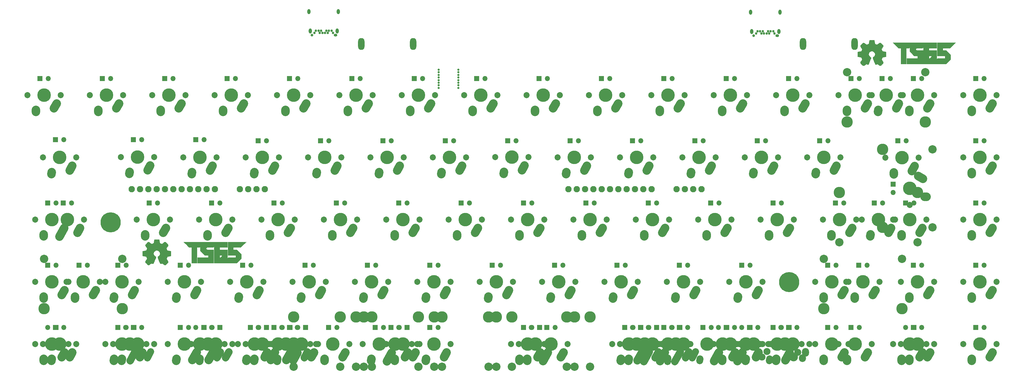
<source format=gbr>
G04 #@! TF.FileFunction,Soldermask,Top*
%FSLAX46Y46*%
G04 Gerber Fmt 4.6, Leading zero omitted, Abs format (unit mm)*
G04 Created by KiCad (PCBNEW 4.0.1-stable) date 2/8/2016 10:38:53 PM*
%MOMM*%
G01*
G04 APERTURE LIST*
%ADD10C,0.150000*%
%ADD11C,0.010000*%
%ADD12C,0.002540*%
%ADD13O,1.552400X1.552400*%
%ADD14R,1.552400X1.552400*%
%ADD15C,4.140210*%
%ADD16C,1.854210*%
%ADD17C,2.652400*%
%ADD18C,2.540000*%
%ADD19C,3.479800*%
%ADD20C,2.252400*%
%ADD21C,2.452400*%
%ADD22C,1.952400*%
%ADD23C,6.152400*%
%ADD24O,1.952400X3.652400*%
%ADD25C,2.152400*%
%ADD26O,0.952400X1.552400*%
%ADD27C,0.802400*%
%ADD28O,1.102400X0.802400*%
%ADD29C,0.752400*%
%ADD30C,2.352400*%
%ADD31O,2.152400X2.652400*%
%ADD32O,2.152400X2.352400*%
%ADD33C,2.152400*%
%ADD34C,2.652400*%
%ADD35C,0.652400*%
G04 APERTURE END LIST*
D10*
D11*
G36*
X120006720Y-132291260D02*
X117608960Y-132291260D01*
X117608960Y-133022780D01*
X120006720Y-133022780D01*
X120006720Y-134353740D01*
X120006778Y-134516421D01*
X120006947Y-134673399D01*
X120007222Y-134823485D01*
X120007594Y-134965489D01*
X120008057Y-135098225D01*
X120008604Y-135220502D01*
X120009228Y-135331133D01*
X120009922Y-135428930D01*
X120010679Y-135512704D01*
X120011492Y-135581266D01*
X120012355Y-135633428D01*
X120013260Y-135668002D01*
X120014200Y-135683799D01*
X120014486Y-135684700D01*
X120023797Y-135677838D01*
X120044968Y-135658768D01*
X120075602Y-135629756D01*
X120113300Y-135593074D01*
X120154039Y-135552620D01*
X120285826Y-135420540D01*
X122536560Y-135420540D01*
X122536560Y-134699180D01*
X120138800Y-134699180D01*
X120138800Y-130625020D01*
X125741993Y-130625020D01*
X124908919Y-131458140D01*
X124075846Y-132291260D01*
X121815200Y-132291260D01*
X121815200Y-133022780D01*
X122341008Y-133022779D01*
X122866817Y-133022779D01*
X123539888Y-133695908D01*
X124212960Y-134369036D01*
X124212959Y-135059917D01*
X124212959Y-135750797D01*
X123539831Y-136423868D01*
X122866703Y-137096940D01*
X115942561Y-137096940D01*
X115945033Y-134699180D01*
X117608960Y-134699180D01*
X117608960Y-135420540D01*
X117888529Y-135420540D01*
X118114504Y-135194397D01*
X118340480Y-134968254D01*
X118340480Y-134699180D01*
X117608960Y-134699180D01*
X115945033Y-134699180D01*
X115945180Y-134557104D01*
X115947800Y-132017269D01*
X115841120Y-132123152D01*
X115797465Y-132165881D01*
X115763727Y-132196878D01*
X115735833Y-132219148D01*
X115709709Y-132235695D01*
X115681284Y-132249526D01*
X115655435Y-132260147D01*
X115576431Y-132291259D01*
X114725689Y-132291259D01*
X113874948Y-132291260D01*
X113692279Y-132474140D01*
X113509611Y-132657019D01*
X113692280Y-132839899D01*
X113874948Y-133022780D01*
X115810640Y-133022780D01*
X115810640Y-137096940D01*
X110842400Y-137096940D01*
X110842400Y-135420540D01*
X114144400Y-135420540D01*
X114144400Y-134699180D01*
X113613511Y-134699180D01*
X113082622Y-134699179D01*
X112409402Y-134025902D01*
X111736181Y-133352624D01*
X111738870Y-132702562D01*
X111739476Y-132588999D01*
X111740315Y-132481115D01*
X111741356Y-132380683D01*
X111742569Y-132289475D01*
X111743922Y-132209263D01*
X111745384Y-132141819D01*
X111746925Y-132088915D01*
X111748515Y-132052323D01*
X111750121Y-132033816D01*
X111750540Y-132032180D01*
X111746563Y-132032640D01*
X111730248Y-132045733D01*
X111703572Y-132069672D01*
X111668516Y-132102672D01*
X111627057Y-132142945D01*
X111618329Y-132151560D01*
X111477136Y-132291260D01*
X110710320Y-132291260D01*
X110710320Y-137096940D01*
X109044080Y-137096940D01*
X109044080Y-132291260D01*
X108276953Y-132291260D01*
X107443879Y-131458140D01*
X106610806Y-130625020D01*
X120006720Y-130625020D01*
X120006720Y-132291260D01*
X120006720Y-132291260D01*
G37*
X120006720Y-132291260D02*
X117608960Y-132291260D01*
X117608960Y-133022780D01*
X120006720Y-133022780D01*
X120006720Y-134353740D01*
X120006778Y-134516421D01*
X120006947Y-134673399D01*
X120007222Y-134823485D01*
X120007594Y-134965489D01*
X120008057Y-135098225D01*
X120008604Y-135220502D01*
X120009228Y-135331133D01*
X120009922Y-135428930D01*
X120010679Y-135512704D01*
X120011492Y-135581266D01*
X120012355Y-135633428D01*
X120013260Y-135668002D01*
X120014200Y-135683799D01*
X120014486Y-135684700D01*
X120023797Y-135677838D01*
X120044968Y-135658768D01*
X120075602Y-135629756D01*
X120113300Y-135593074D01*
X120154039Y-135552620D01*
X120285826Y-135420540D01*
X122536560Y-135420540D01*
X122536560Y-134699180D01*
X120138800Y-134699180D01*
X120138800Y-130625020D01*
X125741993Y-130625020D01*
X124908919Y-131458140D01*
X124075846Y-132291260D01*
X121815200Y-132291260D01*
X121815200Y-133022780D01*
X122341008Y-133022779D01*
X122866817Y-133022779D01*
X123539888Y-133695908D01*
X124212960Y-134369036D01*
X124212959Y-135059917D01*
X124212959Y-135750797D01*
X123539831Y-136423868D01*
X122866703Y-137096940D01*
X115942561Y-137096940D01*
X115945033Y-134699180D01*
X117608960Y-134699180D01*
X117608960Y-135420540D01*
X117888529Y-135420540D01*
X118114504Y-135194397D01*
X118340480Y-134968254D01*
X118340480Y-134699180D01*
X117608960Y-134699180D01*
X115945033Y-134699180D01*
X115945180Y-134557104D01*
X115947800Y-132017269D01*
X115841120Y-132123152D01*
X115797465Y-132165881D01*
X115763727Y-132196878D01*
X115735833Y-132219148D01*
X115709709Y-132235695D01*
X115681284Y-132249526D01*
X115655435Y-132260147D01*
X115576431Y-132291259D01*
X114725689Y-132291259D01*
X113874948Y-132291260D01*
X113692279Y-132474140D01*
X113509611Y-132657019D01*
X113692280Y-132839899D01*
X113874948Y-133022780D01*
X115810640Y-133022780D01*
X115810640Y-137096940D01*
X110842400Y-137096940D01*
X110842400Y-135420540D01*
X114144400Y-135420540D01*
X114144400Y-134699180D01*
X113613511Y-134699180D01*
X113082622Y-134699179D01*
X112409402Y-134025902D01*
X111736181Y-133352624D01*
X111738870Y-132702562D01*
X111739476Y-132588999D01*
X111740315Y-132481115D01*
X111741356Y-132380683D01*
X111742569Y-132289475D01*
X111743922Y-132209263D01*
X111745384Y-132141819D01*
X111746925Y-132088915D01*
X111748515Y-132052323D01*
X111750121Y-132033816D01*
X111750540Y-132032180D01*
X111746563Y-132032640D01*
X111730248Y-132045733D01*
X111703572Y-132069672D01*
X111668516Y-132102672D01*
X111627057Y-132142945D01*
X111618329Y-132151560D01*
X111477136Y-132291260D01*
X110710320Y-132291260D01*
X110710320Y-137096940D01*
X109044080Y-137096940D01*
X109044080Y-132291260D01*
X108276953Y-132291260D01*
X107443879Y-131458140D01*
X106610806Y-130625020D01*
X120006720Y-130625020D01*
X120006720Y-132291260D01*
D12*
G36*
X102757100Y-134348660D02*
X102757100Y-134485820D01*
X102757100Y-134597580D01*
X102754560Y-134686480D01*
X102754560Y-134757600D01*
X102752020Y-134810940D01*
X102749480Y-134849040D01*
X102746940Y-134876980D01*
X102741860Y-134892220D01*
X102736780Y-134897300D01*
X102719000Y-134904920D01*
X102675820Y-134915080D01*
X102612320Y-134930320D01*
X102531040Y-134945560D01*
X102434520Y-134965880D01*
X102325300Y-134986200D01*
X102211000Y-135009060D01*
X102084000Y-135031920D01*
X101969700Y-135054780D01*
X101870640Y-135075100D01*
X101789360Y-135092880D01*
X101728400Y-135105580D01*
X101692840Y-135115740D01*
X101682680Y-135120820D01*
X101672520Y-135138600D01*
X101652200Y-135176700D01*
X101626800Y-135235120D01*
X101596320Y-135303700D01*
X101563300Y-135379900D01*
X101530280Y-135463720D01*
X101497260Y-135545000D01*
X101466780Y-135621200D01*
X101441380Y-135689780D01*
X101421060Y-135745660D01*
X101408360Y-135783760D01*
X101405820Y-135799000D01*
X101413440Y-135811700D01*
X101436300Y-135847260D01*
X101471860Y-135900600D01*
X101517580Y-135966640D01*
X101570920Y-136045380D01*
X101629340Y-136131740D01*
X101667440Y-136185080D01*
X101923980Y-136561000D01*
X101923980Y-136728640D01*
X101923980Y-136896280D01*
X101532820Y-137287440D01*
X101141660Y-137678600D01*
X100976560Y-137678600D01*
X100814000Y-137678600D01*
X100443160Y-137424600D01*
X100074860Y-137170600D01*
X99955480Y-137234100D01*
X99838640Y-137300140D01*
X99665920Y-137295060D01*
X99493200Y-137289980D01*
X99114740Y-136380660D01*
X98736280Y-135471340D01*
X98736280Y-135326560D01*
X98736280Y-135263060D01*
X98738820Y-135209720D01*
X98741360Y-135174160D01*
X98743900Y-135161460D01*
X98759140Y-135143680D01*
X98792160Y-135115740D01*
X98837880Y-135080180D01*
X98881060Y-135049700D01*
X98997900Y-134963340D01*
X99094420Y-134882060D01*
X99173160Y-134800780D01*
X99239200Y-134714420D01*
X99297620Y-134615360D01*
X99335720Y-134541700D01*
X99394140Y-134409620D01*
X99427160Y-134290240D01*
X99434780Y-134181020D01*
X99429700Y-134112440D01*
X99383980Y-133947340D01*
X99312860Y-133792400D01*
X99221420Y-133647620D01*
X99104580Y-133515540D01*
X98969960Y-133401240D01*
X98820100Y-133307260D01*
X98799780Y-133297100D01*
X98693100Y-133248840D01*
X98588960Y-133215820D01*
X98489900Y-133195500D01*
X98431480Y-133190420D01*
X98324800Y-133203120D01*
X98205420Y-133236140D01*
X98080960Y-133289480D01*
X97959040Y-133360600D01*
X97844740Y-133444420D01*
X97740600Y-133538400D01*
X97674560Y-133609520D01*
X97613600Y-133698420D01*
X97552640Y-133805100D01*
X97501840Y-133919400D01*
X97461200Y-134028620D01*
X97451040Y-134064180D01*
X97438340Y-134137840D01*
X97433260Y-134206420D01*
X97438340Y-134272460D01*
X97458660Y-134348660D01*
X97489140Y-134442640D01*
X97496760Y-134462960D01*
X97570420Y-134617900D01*
X97666940Y-134760140D01*
X97788860Y-134892220D01*
X97933640Y-135011600D01*
X98032700Y-135080180D01*
X98073340Y-135108120D01*
X98106360Y-135130980D01*
X98121600Y-135143680D01*
X98124140Y-135164000D01*
X98129220Y-135207180D01*
X98129220Y-135263060D01*
X98131760Y-135316400D01*
X98131760Y-135471340D01*
X97763460Y-136355260D01*
X97702500Y-136507660D01*
X97644080Y-136649900D01*
X97588200Y-136784520D01*
X97537400Y-136906440D01*
X97491680Y-137013120D01*
X97453580Y-137104560D01*
X97423100Y-137180760D01*
X97400240Y-137234100D01*
X97385000Y-137264580D01*
X97382460Y-137269660D01*
X97374840Y-137282360D01*
X97359600Y-137289980D01*
X97334200Y-137295060D01*
X97293560Y-137297600D01*
X97232600Y-137297600D01*
X97202120Y-137297600D01*
X97034480Y-137297600D01*
X96915100Y-137234100D01*
X96795720Y-137170600D01*
X96564580Y-137330620D01*
X96480760Y-137386500D01*
X96394400Y-137447460D01*
X96310580Y-137503340D01*
X96239460Y-137551600D01*
X96193740Y-137584620D01*
X96054040Y-137678600D01*
X95888940Y-137678600D01*
X95726380Y-137678600D01*
X95332680Y-137287440D01*
X94941520Y-136896280D01*
X94941520Y-136731180D01*
X94941520Y-136660060D01*
X94944060Y-136611800D01*
X94949140Y-136576240D01*
X94956760Y-136550840D01*
X94972000Y-136525440D01*
X94989780Y-136500040D01*
X95010100Y-136469560D01*
X95043120Y-136418760D01*
X95088840Y-136352720D01*
X95139640Y-136276520D01*
X95198060Y-136192700D01*
X95248860Y-136116500D01*
X95307280Y-136032680D01*
X95358080Y-135956480D01*
X95401260Y-135890440D01*
X95434280Y-135837100D01*
X95457140Y-135801540D01*
X95464760Y-135786300D01*
X95459680Y-135768520D01*
X95444440Y-135727880D01*
X95424120Y-135669460D01*
X95393640Y-135595800D01*
X95360620Y-135511980D01*
X95335220Y-135445940D01*
X95292040Y-135336720D01*
X95256480Y-135252900D01*
X95228540Y-135189400D01*
X95205680Y-135146220D01*
X95190440Y-135120820D01*
X95177740Y-135110660D01*
X95154880Y-135105580D01*
X95111700Y-135095420D01*
X95045660Y-135082720D01*
X94961840Y-135064940D01*
X94862780Y-135047160D01*
X94753560Y-135024300D01*
X94646880Y-135006520D01*
X94532580Y-134983660D01*
X94423360Y-134963340D01*
X94329380Y-134943020D01*
X94248100Y-134927780D01*
X94184600Y-134912540D01*
X94143960Y-134902380D01*
X94128720Y-134897300D01*
X94123640Y-134889680D01*
X94121100Y-134871900D01*
X94118560Y-134841420D01*
X94116020Y-134798240D01*
X94113480Y-134739820D01*
X94110940Y-134661080D01*
X94110940Y-134564560D01*
X94110940Y-134445180D01*
X94108400Y-134297860D01*
X94108400Y-134186100D01*
X94108400Y-133490140D01*
X94141420Y-133472360D01*
X94161740Y-133464740D01*
X94207460Y-133452040D01*
X94273500Y-133439340D01*
X94357320Y-133421560D01*
X94456380Y-133401240D01*
X94568140Y-133380920D01*
X94684980Y-133358060D01*
X94687520Y-133358060D01*
X94804360Y-133335200D01*
X94913580Y-133314880D01*
X95012640Y-133294560D01*
X95093920Y-133276780D01*
X95157420Y-133264080D01*
X95200600Y-133251380D01*
X95220920Y-133246300D01*
X95220920Y-133246300D01*
X95231080Y-133228520D01*
X95248860Y-133190420D01*
X95274260Y-133134540D01*
X95307280Y-133065960D01*
X95340300Y-132989760D01*
X95373320Y-132911020D01*
X95408880Y-132834820D01*
X95439360Y-132763700D01*
X95464760Y-132700200D01*
X95482540Y-132654480D01*
X95492700Y-132626540D01*
X95492700Y-132624000D01*
X95485080Y-132608760D01*
X95462220Y-132573200D01*
X95429200Y-132519860D01*
X95383480Y-132451280D01*
X95330140Y-132372540D01*
X95269180Y-132283640D01*
X95218380Y-132207440D01*
X94941520Y-131806120D01*
X94941520Y-131643560D01*
X94941520Y-131481000D01*
X95332680Y-131087300D01*
X95723840Y-130696140D01*
X95891480Y-130696140D01*
X96059120Y-130696140D01*
X96414720Y-130939980D01*
X96506160Y-131000940D01*
X96592520Y-131061900D01*
X96671260Y-131115240D01*
X96737300Y-131160960D01*
X96788100Y-131196520D01*
X96821120Y-131219380D01*
X96826200Y-131221920D01*
X96884620Y-131262560D01*
X97151320Y-131153340D01*
X97255460Y-131112700D01*
X97334200Y-131079680D01*
X97395160Y-131054280D01*
X97438340Y-131033960D01*
X97466280Y-131018720D01*
X97484060Y-131006020D01*
X97496760Y-130995860D01*
X97501840Y-130983160D01*
X97501840Y-130980620D01*
X97506920Y-130960300D01*
X97517080Y-130914580D01*
X97529780Y-130851080D01*
X97545020Y-130767260D01*
X97565340Y-130668200D01*
X97585660Y-130558980D01*
X97605980Y-130439600D01*
X97608520Y-130426900D01*
X97631380Y-130310060D01*
X97654240Y-130198300D01*
X97672020Y-130099240D01*
X97689800Y-130015420D01*
X97705040Y-129949380D01*
X97715200Y-129903660D01*
X97722820Y-129883340D01*
X97722820Y-129883340D01*
X97730440Y-129878260D01*
X97748220Y-129875720D01*
X97773620Y-129870640D01*
X97814260Y-129868100D01*
X97870140Y-129868100D01*
X97943800Y-129865560D01*
X98035240Y-129865560D01*
X98149540Y-129863020D01*
X98289240Y-129863020D01*
X98431480Y-129863020D01*
X98568640Y-129863020D01*
X98698180Y-129865560D01*
X98815020Y-129865560D01*
X98919160Y-129868100D01*
X99008060Y-129868100D01*
X99074100Y-129870640D01*
X99119820Y-129873180D01*
X99142680Y-129875720D01*
X99142680Y-129875720D01*
X99150300Y-129893500D01*
X99160460Y-129934140D01*
X99175700Y-130002720D01*
X99196020Y-130089080D01*
X99216340Y-130198300D01*
X99241740Y-130325300D01*
X99259520Y-130421820D01*
X99282380Y-130541200D01*
X99302700Y-130655500D01*
X99323020Y-130757100D01*
X99338260Y-130843460D01*
X99353500Y-130912040D01*
X99363660Y-130960300D01*
X99368740Y-130985700D01*
X99368740Y-130985700D01*
X99381440Y-131000940D01*
X99411920Y-131018720D01*
X99457640Y-131041580D01*
X99526220Y-131072060D01*
X99615120Y-131112700D01*
X99681160Y-131138100D01*
X99777680Y-131178740D01*
X99851340Y-131206680D01*
X99904680Y-131229540D01*
X99945320Y-131242240D01*
X99970720Y-131247320D01*
X99991040Y-131249860D01*
X100003740Y-131244780D01*
X100016440Y-131239700D01*
X100018980Y-131237160D01*
X100039300Y-131224460D01*
X100079940Y-131196520D01*
X100135820Y-131155880D01*
X100209480Y-131107620D01*
X100290760Y-131051740D01*
X100382200Y-130990780D01*
X100433000Y-130955220D01*
X100808920Y-130696140D01*
X100976560Y-130696140D01*
X101141660Y-130696140D01*
X101532820Y-131087300D01*
X101923980Y-131478460D01*
X101923980Y-131646100D01*
X101923980Y-131813740D01*
X101647120Y-132215060D01*
X101370260Y-132616380D01*
X101502340Y-132928800D01*
X101542980Y-133017700D01*
X101578540Y-133098980D01*
X101611560Y-133165020D01*
X101636960Y-133215820D01*
X101654740Y-133246300D01*
X101659820Y-133251380D01*
X101680140Y-133256460D01*
X101723320Y-133266620D01*
X101786820Y-133281860D01*
X101870640Y-133297100D01*
X101969700Y-133317420D01*
X102078920Y-133337740D01*
X102195760Y-133360600D01*
X102208460Y-133363140D01*
X102345620Y-133388540D01*
X102465000Y-133411400D01*
X102564060Y-133431720D01*
X102645340Y-133449500D01*
X102703760Y-133464740D01*
X102736780Y-133474900D01*
X102744400Y-133479980D01*
X102746940Y-133495220D01*
X102749480Y-133538400D01*
X102752020Y-133604440D01*
X102754560Y-133690800D01*
X102754560Y-133792400D01*
X102757100Y-133906700D01*
X102757100Y-134033700D01*
X102757100Y-134170860D01*
X102757100Y-134188640D01*
X102757100Y-134348660D01*
X102757100Y-134348660D01*
X102757100Y-134348660D01*
G37*
X102757100Y-134348660D02*
X102757100Y-134485820D01*
X102757100Y-134597580D01*
X102754560Y-134686480D01*
X102754560Y-134757600D01*
X102752020Y-134810940D01*
X102749480Y-134849040D01*
X102746940Y-134876980D01*
X102741860Y-134892220D01*
X102736780Y-134897300D01*
X102719000Y-134904920D01*
X102675820Y-134915080D01*
X102612320Y-134930320D01*
X102531040Y-134945560D01*
X102434520Y-134965880D01*
X102325300Y-134986200D01*
X102211000Y-135009060D01*
X102084000Y-135031920D01*
X101969700Y-135054780D01*
X101870640Y-135075100D01*
X101789360Y-135092880D01*
X101728400Y-135105580D01*
X101692840Y-135115740D01*
X101682680Y-135120820D01*
X101672520Y-135138600D01*
X101652200Y-135176700D01*
X101626800Y-135235120D01*
X101596320Y-135303700D01*
X101563300Y-135379900D01*
X101530280Y-135463720D01*
X101497260Y-135545000D01*
X101466780Y-135621200D01*
X101441380Y-135689780D01*
X101421060Y-135745660D01*
X101408360Y-135783760D01*
X101405820Y-135799000D01*
X101413440Y-135811700D01*
X101436300Y-135847260D01*
X101471860Y-135900600D01*
X101517580Y-135966640D01*
X101570920Y-136045380D01*
X101629340Y-136131740D01*
X101667440Y-136185080D01*
X101923980Y-136561000D01*
X101923980Y-136728640D01*
X101923980Y-136896280D01*
X101532820Y-137287440D01*
X101141660Y-137678600D01*
X100976560Y-137678600D01*
X100814000Y-137678600D01*
X100443160Y-137424600D01*
X100074860Y-137170600D01*
X99955480Y-137234100D01*
X99838640Y-137300140D01*
X99665920Y-137295060D01*
X99493200Y-137289980D01*
X99114740Y-136380660D01*
X98736280Y-135471340D01*
X98736280Y-135326560D01*
X98736280Y-135263060D01*
X98738820Y-135209720D01*
X98741360Y-135174160D01*
X98743900Y-135161460D01*
X98759140Y-135143680D01*
X98792160Y-135115740D01*
X98837880Y-135080180D01*
X98881060Y-135049700D01*
X98997900Y-134963340D01*
X99094420Y-134882060D01*
X99173160Y-134800780D01*
X99239200Y-134714420D01*
X99297620Y-134615360D01*
X99335720Y-134541700D01*
X99394140Y-134409620D01*
X99427160Y-134290240D01*
X99434780Y-134181020D01*
X99429700Y-134112440D01*
X99383980Y-133947340D01*
X99312860Y-133792400D01*
X99221420Y-133647620D01*
X99104580Y-133515540D01*
X98969960Y-133401240D01*
X98820100Y-133307260D01*
X98799780Y-133297100D01*
X98693100Y-133248840D01*
X98588960Y-133215820D01*
X98489900Y-133195500D01*
X98431480Y-133190420D01*
X98324800Y-133203120D01*
X98205420Y-133236140D01*
X98080960Y-133289480D01*
X97959040Y-133360600D01*
X97844740Y-133444420D01*
X97740600Y-133538400D01*
X97674560Y-133609520D01*
X97613600Y-133698420D01*
X97552640Y-133805100D01*
X97501840Y-133919400D01*
X97461200Y-134028620D01*
X97451040Y-134064180D01*
X97438340Y-134137840D01*
X97433260Y-134206420D01*
X97438340Y-134272460D01*
X97458660Y-134348660D01*
X97489140Y-134442640D01*
X97496760Y-134462960D01*
X97570420Y-134617900D01*
X97666940Y-134760140D01*
X97788860Y-134892220D01*
X97933640Y-135011600D01*
X98032700Y-135080180D01*
X98073340Y-135108120D01*
X98106360Y-135130980D01*
X98121600Y-135143680D01*
X98124140Y-135164000D01*
X98129220Y-135207180D01*
X98129220Y-135263060D01*
X98131760Y-135316400D01*
X98131760Y-135471340D01*
X97763460Y-136355260D01*
X97702500Y-136507660D01*
X97644080Y-136649900D01*
X97588200Y-136784520D01*
X97537400Y-136906440D01*
X97491680Y-137013120D01*
X97453580Y-137104560D01*
X97423100Y-137180760D01*
X97400240Y-137234100D01*
X97385000Y-137264580D01*
X97382460Y-137269660D01*
X97374840Y-137282360D01*
X97359600Y-137289980D01*
X97334200Y-137295060D01*
X97293560Y-137297600D01*
X97232600Y-137297600D01*
X97202120Y-137297600D01*
X97034480Y-137297600D01*
X96915100Y-137234100D01*
X96795720Y-137170600D01*
X96564580Y-137330620D01*
X96480760Y-137386500D01*
X96394400Y-137447460D01*
X96310580Y-137503340D01*
X96239460Y-137551600D01*
X96193740Y-137584620D01*
X96054040Y-137678600D01*
X95888940Y-137678600D01*
X95726380Y-137678600D01*
X95332680Y-137287440D01*
X94941520Y-136896280D01*
X94941520Y-136731180D01*
X94941520Y-136660060D01*
X94944060Y-136611800D01*
X94949140Y-136576240D01*
X94956760Y-136550840D01*
X94972000Y-136525440D01*
X94989780Y-136500040D01*
X95010100Y-136469560D01*
X95043120Y-136418760D01*
X95088840Y-136352720D01*
X95139640Y-136276520D01*
X95198060Y-136192700D01*
X95248860Y-136116500D01*
X95307280Y-136032680D01*
X95358080Y-135956480D01*
X95401260Y-135890440D01*
X95434280Y-135837100D01*
X95457140Y-135801540D01*
X95464760Y-135786300D01*
X95459680Y-135768520D01*
X95444440Y-135727880D01*
X95424120Y-135669460D01*
X95393640Y-135595800D01*
X95360620Y-135511980D01*
X95335220Y-135445940D01*
X95292040Y-135336720D01*
X95256480Y-135252900D01*
X95228540Y-135189400D01*
X95205680Y-135146220D01*
X95190440Y-135120820D01*
X95177740Y-135110660D01*
X95154880Y-135105580D01*
X95111700Y-135095420D01*
X95045660Y-135082720D01*
X94961840Y-135064940D01*
X94862780Y-135047160D01*
X94753560Y-135024300D01*
X94646880Y-135006520D01*
X94532580Y-134983660D01*
X94423360Y-134963340D01*
X94329380Y-134943020D01*
X94248100Y-134927780D01*
X94184600Y-134912540D01*
X94143960Y-134902380D01*
X94128720Y-134897300D01*
X94123640Y-134889680D01*
X94121100Y-134871900D01*
X94118560Y-134841420D01*
X94116020Y-134798240D01*
X94113480Y-134739820D01*
X94110940Y-134661080D01*
X94110940Y-134564560D01*
X94110940Y-134445180D01*
X94108400Y-134297860D01*
X94108400Y-134186100D01*
X94108400Y-133490140D01*
X94141420Y-133472360D01*
X94161740Y-133464740D01*
X94207460Y-133452040D01*
X94273500Y-133439340D01*
X94357320Y-133421560D01*
X94456380Y-133401240D01*
X94568140Y-133380920D01*
X94684980Y-133358060D01*
X94687520Y-133358060D01*
X94804360Y-133335200D01*
X94913580Y-133314880D01*
X95012640Y-133294560D01*
X95093920Y-133276780D01*
X95157420Y-133264080D01*
X95200600Y-133251380D01*
X95220920Y-133246300D01*
X95220920Y-133246300D01*
X95231080Y-133228520D01*
X95248860Y-133190420D01*
X95274260Y-133134540D01*
X95307280Y-133065960D01*
X95340300Y-132989760D01*
X95373320Y-132911020D01*
X95408880Y-132834820D01*
X95439360Y-132763700D01*
X95464760Y-132700200D01*
X95482540Y-132654480D01*
X95492700Y-132626540D01*
X95492700Y-132624000D01*
X95485080Y-132608760D01*
X95462220Y-132573200D01*
X95429200Y-132519860D01*
X95383480Y-132451280D01*
X95330140Y-132372540D01*
X95269180Y-132283640D01*
X95218380Y-132207440D01*
X94941520Y-131806120D01*
X94941520Y-131643560D01*
X94941520Y-131481000D01*
X95332680Y-131087300D01*
X95723840Y-130696140D01*
X95891480Y-130696140D01*
X96059120Y-130696140D01*
X96414720Y-130939980D01*
X96506160Y-131000940D01*
X96592520Y-131061900D01*
X96671260Y-131115240D01*
X96737300Y-131160960D01*
X96788100Y-131196520D01*
X96821120Y-131219380D01*
X96826200Y-131221920D01*
X96884620Y-131262560D01*
X97151320Y-131153340D01*
X97255460Y-131112700D01*
X97334200Y-131079680D01*
X97395160Y-131054280D01*
X97438340Y-131033960D01*
X97466280Y-131018720D01*
X97484060Y-131006020D01*
X97496760Y-130995860D01*
X97501840Y-130983160D01*
X97501840Y-130980620D01*
X97506920Y-130960300D01*
X97517080Y-130914580D01*
X97529780Y-130851080D01*
X97545020Y-130767260D01*
X97565340Y-130668200D01*
X97585660Y-130558980D01*
X97605980Y-130439600D01*
X97608520Y-130426900D01*
X97631380Y-130310060D01*
X97654240Y-130198300D01*
X97672020Y-130099240D01*
X97689800Y-130015420D01*
X97705040Y-129949380D01*
X97715200Y-129903660D01*
X97722820Y-129883340D01*
X97722820Y-129883340D01*
X97730440Y-129878260D01*
X97748220Y-129875720D01*
X97773620Y-129870640D01*
X97814260Y-129868100D01*
X97870140Y-129868100D01*
X97943800Y-129865560D01*
X98035240Y-129865560D01*
X98149540Y-129863020D01*
X98289240Y-129863020D01*
X98431480Y-129863020D01*
X98568640Y-129863020D01*
X98698180Y-129865560D01*
X98815020Y-129865560D01*
X98919160Y-129868100D01*
X99008060Y-129868100D01*
X99074100Y-129870640D01*
X99119820Y-129873180D01*
X99142680Y-129875720D01*
X99142680Y-129875720D01*
X99150300Y-129893500D01*
X99160460Y-129934140D01*
X99175700Y-130002720D01*
X99196020Y-130089080D01*
X99216340Y-130198300D01*
X99241740Y-130325300D01*
X99259520Y-130421820D01*
X99282380Y-130541200D01*
X99302700Y-130655500D01*
X99323020Y-130757100D01*
X99338260Y-130843460D01*
X99353500Y-130912040D01*
X99363660Y-130960300D01*
X99368740Y-130985700D01*
X99368740Y-130985700D01*
X99381440Y-131000940D01*
X99411920Y-131018720D01*
X99457640Y-131041580D01*
X99526220Y-131072060D01*
X99615120Y-131112700D01*
X99681160Y-131138100D01*
X99777680Y-131178740D01*
X99851340Y-131206680D01*
X99904680Y-131229540D01*
X99945320Y-131242240D01*
X99970720Y-131247320D01*
X99991040Y-131249860D01*
X100003740Y-131244780D01*
X100016440Y-131239700D01*
X100018980Y-131237160D01*
X100039300Y-131224460D01*
X100079940Y-131196520D01*
X100135820Y-131155880D01*
X100209480Y-131107620D01*
X100290760Y-131051740D01*
X100382200Y-130990780D01*
X100433000Y-130955220D01*
X100808920Y-130696140D01*
X100976560Y-130696140D01*
X101141660Y-130696140D01*
X101532820Y-131087300D01*
X101923980Y-131478460D01*
X101923980Y-131646100D01*
X101923980Y-131813740D01*
X101647120Y-132215060D01*
X101370260Y-132616380D01*
X101502340Y-132928800D01*
X101542980Y-133017700D01*
X101578540Y-133098980D01*
X101611560Y-133165020D01*
X101636960Y-133215820D01*
X101654740Y-133246300D01*
X101659820Y-133251380D01*
X101680140Y-133256460D01*
X101723320Y-133266620D01*
X101786820Y-133281860D01*
X101870640Y-133297100D01*
X101969700Y-133317420D01*
X102078920Y-133337740D01*
X102195760Y-133360600D01*
X102208460Y-133363140D01*
X102345620Y-133388540D01*
X102465000Y-133411400D01*
X102564060Y-133431720D01*
X102645340Y-133449500D01*
X102703760Y-133464740D01*
X102736780Y-133474900D01*
X102744400Y-133479980D01*
X102746940Y-133495220D01*
X102749480Y-133538400D01*
X102752020Y-133604440D01*
X102754560Y-133690800D01*
X102754560Y-133792400D01*
X102757100Y-133906700D01*
X102757100Y-134033700D01*
X102757100Y-134170860D01*
X102757100Y-134188640D01*
X102757100Y-134348660D01*
X102757100Y-134348660D01*
D11*
G36*
X336606720Y-71291260D02*
X334208960Y-71291260D01*
X334208960Y-72022780D01*
X336606720Y-72022780D01*
X336606720Y-73353740D01*
X336606778Y-73516421D01*
X336606947Y-73673399D01*
X336607222Y-73823485D01*
X336607594Y-73965489D01*
X336608057Y-74098225D01*
X336608604Y-74220502D01*
X336609228Y-74331133D01*
X336609922Y-74428930D01*
X336610679Y-74512704D01*
X336611492Y-74581266D01*
X336612355Y-74633428D01*
X336613260Y-74668002D01*
X336614200Y-74683799D01*
X336614486Y-74684700D01*
X336623797Y-74677838D01*
X336644968Y-74658768D01*
X336675602Y-74629756D01*
X336713300Y-74593074D01*
X336754039Y-74552620D01*
X336885826Y-74420540D01*
X339136560Y-74420540D01*
X339136560Y-73699180D01*
X336738800Y-73699180D01*
X336738800Y-69625020D01*
X342341993Y-69625020D01*
X341508919Y-70458140D01*
X340675846Y-71291260D01*
X338415200Y-71291260D01*
X338415200Y-72022780D01*
X338941008Y-72022779D01*
X339466817Y-72022779D01*
X340139888Y-72695908D01*
X340812960Y-73369036D01*
X340812959Y-74059917D01*
X340812959Y-74750797D01*
X340139831Y-75423868D01*
X339466703Y-76096940D01*
X332542561Y-76096940D01*
X332545033Y-73699180D01*
X334208960Y-73699180D01*
X334208960Y-74420540D01*
X334488529Y-74420540D01*
X334714504Y-74194397D01*
X334940480Y-73968254D01*
X334940480Y-73699180D01*
X334208960Y-73699180D01*
X332545033Y-73699180D01*
X332545180Y-73557104D01*
X332547800Y-71017269D01*
X332441120Y-71123152D01*
X332397465Y-71165881D01*
X332363727Y-71196878D01*
X332335833Y-71219148D01*
X332309709Y-71235695D01*
X332281284Y-71249526D01*
X332255435Y-71260147D01*
X332176431Y-71291259D01*
X331325689Y-71291259D01*
X330474948Y-71291260D01*
X330292279Y-71474140D01*
X330109611Y-71657019D01*
X330292280Y-71839899D01*
X330474948Y-72022780D01*
X332410640Y-72022780D01*
X332410640Y-76096940D01*
X327442400Y-76096940D01*
X327442400Y-74420540D01*
X330744400Y-74420540D01*
X330744400Y-73699180D01*
X330213511Y-73699180D01*
X329682622Y-73699179D01*
X329009402Y-73025902D01*
X328336181Y-72352624D01*
X328338870Y-71702562D01*
X328339476Y-71588999D01*
X328340315Y-71481115D01*
X328341356Y-71380683D01*
X328342569Y-71289475D01*
X328343922Y-71209263D01*
X328345384Y-71141819D01*
X328346925Y-71088915D01*
X328348515Y-71052323D01*
X328350121Y-71033816D01*
X328350540Y-71032180D01*
X328346563Y-71032640D01*
X328330248Y-71045733D01*
X328303572Y-71069672D01*
X328268516Y-71102672D01*
X328227057Y-71142945D01*
X328218329Y-71151560D01*
X328077136Y-71291260D01*
X327310320Y-71291260D01*
X327310320Y-76096940D01*
X325644080Y-76096940D01*
X325644080Y-71291260D01*
X324876953Y-71291260D01*
X324043879Y-70458140D01*
X323210806Y-69625020D01*
X336606720Y-69625020D01*
X336606720Y-71291260D01*
X336606720Y-71291260D01*
G37*
X336606720Y-71291260D02*
X334208960Y-71291260D01*
X334208960Y-72022780D01*
X336606720Y-72022780D01*
X336606720Y-73353740D01*
X336606778Y-73516421D01*
X336606947Y-73673399D01*
X336607222Y-73823485D01*
X336607594Y-73965489D01*
X336608057Y-74098225D01*
X336608604Y-74220502D01*
X336609228Y-74331133D01*
X336609922Y-74428930D01*
X336610679Y-74512704D01*
X336611492Y-74581266D01*
X336612355Y-74633428D01*
X336613260Y-74668002D01*
X336614200Y-74683799D01*
X336614486Y-74684700D01*
X336623797Y-74677838D01*
X336644968Y-74658768D01*
X336675602Y-74629756D01*
X336713300Y-74593074D01*
X336754039Y-74552620D01*
X336885826Y-74420540D01*
X339136560Y-74420540D01*
X339136560Y-73699180D01*
X336738800Y-73699180D01*
X336738800Y-69625020D01*
X342341993Y-69625020D01*
X341508919Y-70458140D01*
X340675846Y-71291260D01*
X338415200Y-71291260D01*
X338415200Y-72022780D01*
X338941008Y-72022779D01*
X339466817Y-72022779D01*
X340139888Y-72695908D01*
X340812960Y-73369036D01*
X340812959Y-74059917D01*
X340812959Y-74750797D01*
X340139831Y-75423868D01*
X339466703Y-76096940D01*
X332542561Y-76096940D01*
X332545033Y-73699180D01*
X334208960Y-73699180D01*
X334208960Y-74420540D01*
X334488529Y-74420540D01*
X334714504Y-74194397D01*
X334940480Y-73968254D01*
X334940480Y-73699180D01*
X334208960Y-73699180D01*
X332545033Y-73699180D01*
X332545180Y-73557104D01*
X332547800Y-71017269D01*
X332441120Y-71123152D01*
X332397465Y-71165881D01*
X332363727Y-71196878D01*
X332335833Y-71219148D01*
X332309709Y-71235695D01*
X332281284Y-71249526D01*
X332255435Y-71260147D01*
X332176431Y-71291259D01*
X331325689Y-71291259D01*
X330474948Y-71291260D01*
X330292279Y-71474140D01*
X330109611Y-71657019D01*
X330292280Y-71839899D01*
X330474948Y-72022780D01*
X332410640Y-72022780D01*
X332410640Y-76096940D01*
X327442400Y-76096940D01*
X327442400Y-74420540D01*
X330744400Y-74420540D01*
X330744400Y-73699180D01*
X330213511Y-73699180D01*
X329682622Y-73699179D01*
X329009402Y-73025902D01*
X328336181Y-72352624D01*
X328338870Y-71702562D01*
X328339476Y-71588999D01*
X328340315Y-71481115D01*
X328341356Y-71380683D01*
X328342569Y-71289475D01*
X328343922Y-71209263D01*
X328345384Y-71141819D01*
X328346925Y-71088915D01*
X328348515Y-71052323D01*
X328350121Y-71033816D01*
X328350540Y-71032180D01*
X328346563Y-71032640D01*
X328330248Y-71045733D01*
X328303572Y-71069672D01*
X328268516Y-71102672D01*
X328227057Y-71142945D01*
X328218329Y-71151560D01*
X328077136Y-71291260D01*
X327310320Y-71291260D01*
X327310320Y-76096940D01*
X325644080Y-76096940D01*
X325644080Y-71291260D01*
X324876953Y-71291260D01*
X324043879Y-70458140D01*
X323210806Y-69625020D01*
X336606720Y-69625020D01*
X336606720Y-71291260D01*
D12*
G36*
X321107100Y-73348660D02*
X321107100Y-73485820D01*
X321107100Y-73597580D01*
X321104560Y-73686480D01*
X321104560Y-73757600D01*
X321102020Y-73810940D01*
X321099480Y-73849040D01*
X321096940Y-73876980D01*
X321091860Y-73892220D01*
X321086780Y-73897300D01*
X321069000Y-73904920D01*
X321025820Y-73915080D01*
X320962320Y-73930320D01*
X320881040Y-73945560D01*
X320784520Y-73965880D01*
X320675300Y-73986200D01*
X320561000Y-74009060D01*
X320434000Y-74031920D01*
X320319700Y-74054780D01*
X320220640Y-74075100D01*
X320139360Y-74092880D01*
X320078400Y-74105580D01*
X320042840Y-74115740D01*
X320032680Y-74120820D01*
X320022520Y-74138600D01*
X320002200Y-74176700D01*
X319976800Y-74235120D01*
X319946320Y-74303700D01*
X319913300Y-74379900D01*
X319880280Y-74463720D01*
X319847260Y-74545000D01*
X319816780Y-74621200D01*
X319791380Y-74689780D01*
X319771060Y-74745660D01*
X319758360Y-74783760D01*
X319755820Y-74799000D01*
X319763440Y-74811700D01*
X319786300Y-74847260D01*
X319821860Y-74900600D01*
X319867580Y-74966640D01*
X319920920Y-75045380D01*
X319979340Y-75131740D01*
X320017440Y-75185080D01*
X320273980Y-75561000D01*
X320273980Y-75728640D01*
X320273980Y-75896280D01*
X319882820Y-76287440D01*
X319491660Y-76678600D01*
X319326560Y-76678600D01*
X319164000Y-76678600D01*
X318793160Y-76424600D01*
X318424860Y-76170600D01*
X318305480Y-76234100D01*
X318188640Y-76300140D01*
X318015920Y-76295060D01*
X317843200Y-76289980D01*
X317464740Y-75380660D01*
X317086280Y-74471340D01*
X317086280Y-74326560D01*
X317086280Y-74263060D01*
X317088820Y-74209720D01*
X317091360Y-74174160D01*
X317093900Y-74161460D01*
X317109140Y-74143680D01*
X317142160Y-74115740D01*
X317187880Y-74080180D01*
X317231060Y-74049700D01*
X317347900Y-73963340D01*
X317444420Y-73882060D01*
X317523160Y-73800780D01*
X317589200Y-73714420D01*
X317647620Y-73615360D01*
X317685720Y-73541700D01*
X317744140Y-73409620D01*
X317777160Y-73290240D01*
X317784780Y-73181020D01*
X317779700Y-73112440D01*
X317733980Y-72947340D01*
X317662860Y-72792400D01*
X317571420Y-72647620D01*
X317454580Y-72515540D01*
X317319960Y-72401240D01*
X317170100Y-72307260D01*
X317149780Y-72297100D01*
X317043100Y-72248840D01*
X316938960Y-72215820D01*
X316839900Y-72195500D01*
X316781480Y-72190420D01*
X316674800Y-72203120D01*
X316555420Y-72236140D01*
X316430960Y-72289480D01*
X316309040Y-72360600D01*
X316194740Y-72444420D01*
X316090600Y-72538400D01*
X316024560Y-72609520D01*
X315963600Y-72698420D01*
X315902640Y-72805100D01*
X315851840Y-72919400D01*
X315811200Y-73028620D01*
X315801040Y-73064180D01*
X315788340Y-73137840D01*
X315783260Y-73206420D01*
X315788340Y-73272460D01*
X315808660Y-73348660D01*
X315839140Y-73442640D01*
X315846760Y-73462960D01*
X315920420Y-73617900D01*
X316016940Y-73760140D01*
X316138860Y-73892220D01*
X316283640Y-74011600D01*
X316382700Y-74080180D01*
X316423340Y-74108120D01*
X316456360Y-74130980D01*
X316471600Y-74143680D01*
X316474140Y-74164000D01*
X316479220Y-74207180D01*
X316479220Y-74263060D01*
X316481760Y-74316400D01*
X316481760Y-74471340D01*
X316113460Y-75355260D01*
X316052500Y-75507660D01*
X315994080Y-75649900D01*
X315938200Y-75784520D01*
X315887400Y-75906440D01*
X315841680Y-76013120D01*
X315803580Y-76104560D01*
X315773100Y-76180760D01*
X315750240Y-76234100D01*
X315735000Y-76264580D01*
X315732460Y-76269660D01*
X315724840Y-76282360D01*
X315709600Y-76289980D01*
X315684200Y-76295060D01*
X315643560Y-76297600D01*
X315582600Y-76297600D01*
X315552120Y-76297600D01*
X315384480Y-76297600D01*
X315265100Y-76234100D01*
X315145720Y-76170600D01*
X314914580Y-76330620D01*
X314830760Y-76386500D01*
X314744400Y-76447460D01*
X314660580Y-76503340D01*
X314589460Y-76551600D01*
X314543740Y-76584620D01*
X314404040Y-76678600D01*
X314238940Y-76678600D01*
X314076380Y-76678600D01*
X313682680Y-76287440D01*
X313291520Y-75896280D01*
X313291520Y-75731180D01*
X313291520Y-75660060D01*
X313294060Y-75611800D01*
X313299140Y-75576240D01*
X313306760Y-75550840D01*
X313322000Y-75525440D01*
X313339780Y-75500040D01*
X313360100Y-75469560D01*
X313393120Y-75418760D01*
X313438840Y-75352720D01*
X313489640Y-75276520D01*
X313548060Y-75192700D01*
X313598860Y-75116500D01*
X313657280Y-75032680D01*
X313708080Y-74956480D01*
X313751260Y-74890440D01*
X313784280Y-74837100D01*
X313807140Y-74801540D01*
X313814760Y-74786300D01*
X313809680Y-74768520D01*
X313794440Y-74727880D01*
X313774120Y-74669460D01*
X313743640Y-74595800D01*
X313710620Y-74511980D01*
X313685220Y-74445940D01*
X313642040Y-74336720D01*
X313606480Y-74252900D01*
X313578540Y-74189400D01*
X313555680Y-74146220D01*
X313540440Y-74120820D01*
X313527740Y-74110660D01*
X313504880Y-74105580D01*
X313461700Y-74095420D01*
X313395660Y-74082720D01*
X313311840Y-74064940D01*
X313212780Y-74047160D01*
X313103560Y-74024300D01*
X312996880Y-74006520D01*
X312882580Y-73983660D01*
X312773360Y-73963340D01*
X312679380Y-73943020D01*
X312598100Y-73927780D01*
X312534600Y-73912540D01*
X312493960Y-73902380D01*
X312478720Y-73897300D01*
X312473640Y-73889680D01*
X312471100Y-73871900D01*
X312468560Y-73841420D01*
X312466020Y-73798240D01*
X312463480Y-73739820D01*
X312460940Y-73661080D01*
X312460940Y-73564560D01*
X312460940Y-73445180D01*
X312458400Y-73297860D01*
X312458400Y-73186100D01*
X312458400Y-72490140D01*
X312491420Y-72472360D01*
X312511740Y-72464740D01*
X312557460Y-72452040D01*
X312623500Y-72439340D01*
X312707320Y-72421560D01*
X312806380Y-72401240D01*
X312918140Y-72380920D01*
X313034980Y-72358060D01*
X313037520Y-72358060D01*
X313154360Y-72335200D01*
X313263580Y-72314880D01*
X313362640Y-72294560D01*
X313443920Y-72276780D01*
X313507420Y-72264080D01*
X313550600Y-72251380D01*
X313570920Y-72246300D01*
X313570920Y-72246300D01*
X313581080Y-72228520D01*
X313598860Y-72190420D01*
X313624260Y-72134540D01*
X313657280Y-72065960D01*
X313690300Y-71989760D01*
X313723320Y-71911020D01*
X313758880Y-71834820D01*
X313789360Y-71763700D01*
X313814760Y-71700200D01*
X313832540Y-71654480D01*
X313842700Y-71626540D01*
X313842700Y-71624000D01*
X313835080Y-71608760D01*
X313812220Y-71573200D01*
X313779200Y-71519860D01*
X313733480Y-71451280D01*
X313680140Y-71372540D01*
X313619180Y-71283640D01*
X313568380Y-71207440D01*
X313291520Y-70806120D01*
X313291520Y-70643560D01*
X313291520Y-70481000D01*
X313682680Y-70087300D01*
X314073840Y-69696140D01*
X314241480Y-69696140D01*
X314409120Y-69696140D01*
X314764720Y-69939980D01*
X314856160Y-70000940D01*
X314942520Y-70061900D01*
X315021260Y-70115240D01*
X315087300Y-70160960D01*
X315138100Y-70196520D01*
X315171120Y-70219380D01*
X315176200Y-70221920D01*
X315234620Y-70262560D01*
X315501320Y-70153340D01*
X315605460Y-70112700D01*
X315684200Y-70079680D01*
X315745160Y-70054280D01*
X315788340Y-70033960D01*
X315816280Y-70018720D01*
X315834060Y-70006020D01*
X315846760Y-69995860D01*
X315851840Y-69983160D01*
X315851840Y-69980620D01*
X315856920Y-69960300D01*
X315867080Y-69914580D01*
X315879780Y-69851080D01*
X315895020Y-69767260D01*
X315915340Y-69668200D01*
X315935660Y-69558980D01*
X315955980Y-69439600D01*
X315958520Y-69426900D01*
X315981380Y-69310060D01*
X316004240Y-69198300D01*
X316022020Y-69099240D01*
X316039800Y-69015420D01*
X316055040Y-68949380D01*
X316065200Y-68903660D01*
X316072820Y-68883340D01*
X316072820Y-68883340D01*
X316080440Y-68878260D01*
X316098220Y-68875720D01*
X316123620Y-68870640D01*
X316164260Y-68868100D01*
X316220140Y-68868100D01*
X316293800Y-68865560D01*
X316385240Y-68865560D01*
X316499540Y-68863020D01*
X316639240Y-68863020D01*
X316781480Y-68863020D01*
X316918640Y-68863020D01*
X317048180Y-68865560D01*
X317165020Y-68865560D01*
X317269160Y-68868100D01*
X317358060Y-68868100D01*
X317424100Y-68870640D01*
X317469820Y-68873180D01*
X317492680Y-68875720D01*
X317492680Y-68875720D01*
X317500300Y-68893500D01*
X317510460Y-68934140D01*
X317525700Y-69002720D01*
X317546020Y-69089080D01*
X317566340Y-69198300D01*
X317591740Y-69325300D01*
X317609520Y-69421820D01*
X317632380Y-69541200D01*
X317652700Y-69655500D01*
X317673020Y-69757100D01*
X317688260Y-69843460D01*
X317703500Y-69912040D01*
X317713660Y-69960300D01*
X317718740Y-69985700D01*
X317718740Y-69985700D01*
X317731440Y-70000940D01*
X317761920Y-70018720D01*
X317807640Y-70041580D01*
X317876220Y-70072060D01*
X317965120Y-70112700D01*
X318031160Y-70138100D01*
X318127680Y-70178740D01*
X318201340Y-70206680D01*
X318254680Y-70229540D01*
X318295320Y-70242240D01*
X318320720Y-70247320D01*
X318341040Y-70249860D01*
X318353740Y-70244780D01*
X318366440Y-70239700D01*
X318368980Y-70237160D01*
X318389300Y-70224460D01*
X318429940Y-70196520D01*
X318485820Y-70155880D01*
X318559480Y-70107620D01*
X318640760Y-70051740D01*
X318732200Y-69990780D01*
X318783000Y-69955220D01*
X319158920Y-69696140D01*
X319326560Y-69696140D01*
X319491660Y-69696140D01*
X319882820Y-70087300D01*
X320273980Y-70478460D01*
X320273980Y-70646100D01*
X320273980Y-70813740D01*
X319997120Y-71215060D01*
X319720260Y-71616380D01*
X319852340Y-71928800D01*
X319892980Y-72017700D01*
X319928540Y-72098980D01*
X319961560Y-72165020D01*
X319986960Y-72215820D01*
X320004740Y-72246300D01*
X320009820Y-72251380D01*
X320030140Y-72256460D01*
X320073320Y-72266620D01*
X320136820Y-72281860D01*
X320220640Y-72297100D01*
X320319700Y-72317420D01*
X320428920Y-72337740D01*
X320545760Y-72360600D01*
X320558460Y-72363140D01*
X320695620Y-72388540D01*
X320815000Y-72411400D01*
X320914060Y-72431720D01*
X320995340Y-72449500D01*
X321053760Y-72464740D01*
X321086780Y-72474900D01*
X321094400Y-72479980D01*
X321096940Y-72495220D01*
X321099480Y-72538400D01*
X321102020Y-72604440D01*
X321104560Y-72690800D01*
X321104560Y-72792400D01*
X321107100Y-72906700D01*
X321107100Y-73033700D01*
X321107100Y-73170860D01*
X321107100Y-73188640D01*
X321107100Y-73348660D01*
X321107100Y-73348660D01*
X321107100Y-73348660D01*
G37*
X321107100Y-73348660D02*
X321107100Y-73485820D01*
X321107100Y-73597580D01*
X321104560Y-73686480D01*
X321104560Y-73757600D01*
X321102020Y-73810940D01*
X321099480Y-73849040D01*
X321096940Y-73876980D01*
X321091860Y-73892220D01*
X321086780Y-73897300D01*
X321069000Y-73904920D01*
X321025820Y-73915080D01*
X320962320Y-73930320D01*
X320881040Y-73945560D01*
X320784520Y-73965880D01*
X320675300Y-73986200D01*
X320561000Y-74009060D01*
X320434000Y-74031920D01*
X320319700Y-74054780D01*
X320220640Y-74075100D01*
X320139360Y-74092880D01*
X320078400Y-74105580D01*
X320042840Y-74115740D01*
X320032680Y-74120820D01*
X320022520Y-74138600D01*
X320002200Y-74176700D01*
X319976800Y-74235120D01*
X319946320Y-74303700D01*
X319913300Y-74379900D01*
X319880280Y-74463720D01*
X319847260Y-74545000D01*
X319816780Y-74621200D01*
X319791380Y-74689780D01*
X319771060Y-74745660D01*
X319758360Y-74783760D01*
X319755820Y-74799000D01*
X319763440Y-74811700D01*
X319786300Y-74847260D01*
X319821860Y-74900600D01*
X319867580Y-74966640D01*
X319920920Y-75045380D01*
X319979340Y-75131740D01*
X320017440Y-75185080D01*
X320273980Y-75561000D01*
X320273980Y-75728640D01*
X320273980Y-75896280D01*
X319882820Y-76287440D01*
X319491660Y-76678600D01*
X319326560Y-76678600D01*
X319164000Y-76678600D01*
X318793160Y-76424600D01*
X318424860Y-76170600D01*
X318305480Y-76234100D01*
X318188640Y-76300140D01*
X318015920Y-76295060D01*
X317843200Y-76289980D01*
X317464740Y-75380660D01*
X317086280Y-74471340D01*
X317086280Y-74326560D01*
X317086280Y-74263060D01*
X317088820Y-74209720D01*
X317091360Y-74174160D01*
X317093900Y-74161460D01*
X317109140Y-74143680D01*
X317142160Y-74115740D01*
X317187880Y-74080180D01*
X317231060Y-74049700D01*
X317347900Y-73963340D01*
X317444420Y-73882060D01*
X317523160Y-73800780D01*
X317589200Y-73714420D01*
X317647620Y-73615360D01*
X317685720Y-73541700D01*
X317744140Y-73409620D01*
X317777160Y-73290240D01*
X317784780Y-73181020D01*
X317779700Y-73112440D01*
X317733980Y-72947340D01*
X317662860Y-72792400D01*
X317571420Y-72647620D01*
X317454580Y-72515540D01*
X317319960Y-72401240D01*
X317170100Y-72307260D01*
X317149780Y-72297100D01*
X317043100Y-72248840D01*
X316938960Y-72215820D01*
X316839900Y-72195500D01*
X316781480Y-72190420D01*
X316674800Y-72203120D01*
X316555420Y-72236140D01*
X316430960Y-72289480D01*
X316309040Y-72360600D01*
X316194740Y-72444420D01*
X316090600Y-72538400D01*
X316024560Y-72609520D01*
X315963600Y-72698420D01*
X315902640Y-72805100D01*
X315851840Y-72919400D01*
X315811200Y-73028620D01*
X315801040Y-73064180D01*
X315788340Y-73137840D01*
X315783260Y-73206420D01*
X315788340Y-73272460D01*
X315808660Y-73348660D01*
X315839140Y-73442640D01*
X315846760Y-73462960D01*
X315920420Y-73617900D01*
X316016940Y-73760140D01*
X316138860Y-73892220D01*
X316283640Y-74011600D01*
X316382700Y-74080180D01*
X316423340Y-74108120D01*
X316456360Y-74130980D01*
X316471600Y-74143680D01*
X316474140Y-74164000D01*
X316479220Y-74207180D01*
X316479220Y-74263060D01*
X316481760Y-74316400D01*
X316481760Y-74471340D01*
X316113460Y-75355260D01*
X316052500Y-75507660D01*
X315994080Y-75649900D01*
X315938200Y-75784520D01*
X315887400Y-75906440D01*
X315841680Y-76013120D01*
X315803580Y-76104560D01*
X315773100Y-76180760D01*
X315750240Y-76234100D01*
X315735000Y-76264580D01*
X315732460Y-76269660D01*
X315724840Y-76282360D01*
X315709600Y-76289980D01*
X315684200Y-76295060D01*
X315643560Y-76297600D01*
X315582600Y-76297600D01*
X315552120Y-76297600D01*
X315384480Y-76297600D01*
X315265100Y-76234100D01*
X315145720Y-76170600D01*
X314914580Y-76330620D01*
X314830760Y-76386500D01*
X314744400Y-76447460D01*
X314660580Y-76503340D01*
X314589460Y-76551600D01*
X314543740Y-76584620D01*
X314404040Y-76678600D01*
X314238940Y-76678600D01*
X314076380Y-76678600D01*
X313682680Y-76287440D01*
X313291520Y-75896280D01*
X313291520Y-75731180D01*
X313291520Y-75660060D01*
X313294060Y-75611800D01*
X313299140Y-75576240D01*
X313306760Y-75550840D01*
X313322000Y-75525440D01*
X313339780Y-75500040D01*
X313360100Y-75469560D01*
X313393120Y-75418760D01*
X313438840Y-75352720D01*
X313489640Y-75276520D01*
X313548060Y-75192700D01*
X313598860Y-75116500D01*
X313657280Y-75032680D01*
X313708080Y-74956480D01*
X313751260Y-74890440D01*
X313784280Y-74837100D01*
X313807140Y-74801540D01*
X313814760Y-74786300D01*
X313809680Y-74768520D01*
X313794440Y-74727880D01*
X313774120Y-74669460D01*
X313743640Y-74595800D01*
X313710620Y-74511980D01*
X313685220Y-74445940D01*
X313642040Y-74336720D01*
X313606480Y-74252900D01*
X313578540Y-74189400D01*
X313555680Y-74146220D01*
X313540440Y-74120820D01*
X313527740Y-74110660D01*
X313504880Y-74105580D01*
X313461700Y-74095420D01*
X313395660Y-74082720D01*
X313311840Y-74064940D01*
X313212780Y-74047160D01*
X313103560Y-74024300D01*
X312996880Y-74006520D01*
X312882580Y-73983660D01*
X312773360Y-73963340D01*
X312679380Y-73943020D01*
X312598100Y-73927780D01*
X312534600Y-73912540D01*
X312493960Y-73902380D01*
X312478720Y-73897300D01*
X312473640Y-73889680D01*
X312471100Y-73871900D01*
X312468560Y-73841420D01*
X312466020Y-73798240D01*
X312463480Y-73739820D01*
X312460940Y-73661080D01*
X312460940Y-73564560D01*
X312460940Y-73445180D01*
X312458400Y-73297860D01*
X312458400Y-73186100D01*
X312458400Y-72490140D01*
X312491420Y-72472360D01*
X312511740Y-72464740D01*
X312557460Y-72452040D01*
X312623500Y-72439340D01*
X312707320Y-72421560D01*
X312806380Y-72401240D01*
X312918140Y-72380920D01*
X313034980Y-72358060D01*
X313037520Y-72358060D01*
X313154360Y-72335200D01*
X313263580Y-72314880D01*
X313362640Y-72294560D01*
X313443920Y-72276780D01*
X313507420Y-72264080D01*
X313550600Y-72251380D01*
X313570920Y-72246300D01*
X313570920Y-72246300D01*
X313581080Y-72228520D01*
X313598860Y-72190420D01*
X313624260Y-72134540D01*
X313657280Y-72065960D01*
X313690300Y-71989760D01*
X313723320Y-71911020D01*
X313758880Y-71834820D01*
X313789360Y-71763700D01*
X313814760Y-71700200D01*
X313832540Y-71654480D01*
X313842700Y-71626540D01*
X313842700Y-71624000D01*
X313835080Y-71608760D01*
X313812220Y-71573200D01*
X313779200Y-71519860D01*
X313733480Y-71451280D01*
X313680140Y-71372540D01*
X313619180Y-71283640D01*
X313568380Y-71207440D01*
X313291520Y-70806120D01*
X313291520Y-70643560D01*
X313291520Y-70481000D01*
X313682680Y-70087300D01*
X314073840Y-69696140D01*
X314241480Y-69696140D01*
X314409120Y-69696140D01*
X314764720Y-69939980D01*
X314856160Y-70000940D01*
X314942520Y-70061900D01*
X315021260Y-70115240D01*
X315087300Y-70160960D01*
X315138100Y-70196520D01*
X315171120Y-70219380D01*
X315176200Y-70221920D01*
X315234620Y-70262560D01*
X315501320Y-70153340D01*
X315605460Y-70112700D01*
X315684200Y-70079680D01*
X315745160Y-70054280D01*
X315788340Y-70033960D01*
X315816280Y-70018720D01*
X315834060Y-70006020D01*
X315846760Y-69995860D01*
X315851840Y-69983160D01*
X315851840Y-69980620D01*
X315856920Y-69960300D01*
X315867080Y-69914580D01*
X315879780Y-69851080D01*
X315895020Y-69767260D01*
X315915340Y-69668200D01*
X315935660Y-69558980D01*
X315955980Y-69439600D01*
X315958520Y-69426900D01*
X315981380Y-69310060D01*
X316004240Y-69198300D01*
X316022020Y-69099240D01*
X316039800Y-69015420D01*
X316055040Y-68949380D01*
X316065200Y-68903660D01*
X316072820Y-68883340D01*
X316072820Y-68883340D01*
X316080440Y-68878260D01*
X316098220Y-68875720D01*
X316123620Y-68870640D01*
X316164260Y-68868100D01*
X316220140Y-68868100D01*
X316293800Y-68865560D01*
X316385240Y-68865560D01*
X316499540Y-68863020D01*
X316639240Y-68863020D01*
X316781480Y-68863020D01*
X316918640Y-68863020D01*
X317048180Y-68865560D01*
X317165020Y-68865560D01*
X317269160Y-68868100D01*
X317358060Y-68868100D01*
X317424100Y-68870640D01*
X317469820Y-68873180D01*
X317492680Y-68875720D01*
X317492680Y-68875720D01*
X317500300Y-68893500D01*
X317510460Y-68934140D01*
X317525700Y-69002720D01*
X317546020Y-69089080D01*
X317566340Y-69198300D01*
X317591740Y-69325300D01*
X317609520Y-69421820D01*
X317632380Y-69541200D01*
X317652700Y-69655500D01*
X317673020Y-69757100D01*
X317688260Y-69843460D01*
X317703500Y-69912040D01*
X317713660Y-69960300D01*
X317718740Y-69985700D01*
X317718740Y-69985700D01*
X317731440Y-70000940D01*
X317761920Y-70018720D01*
X317807640Y-70041580D01*
X317876220Y-70072060D01*
X317965120Y-70112700D01*
X318031160Y-70138100D01*
X318127680Y-70178740D01*
X318201340Y-70206680D01*
X318254680Y-70229540D01*
X318295320Y-70242240D01*
X318320720Y-70247320D01*
X318341040Y-70249860D01*
X318353740Y-70244780D01*
X318366440Y-70239700D01*
X318368980Y-70237160D01*
X318389300Y-70224460D01*
X318429940Y-70196520D01*
X318485820Y-70155880D01*
X318559480Y-70107620D01*
X318640760Y-70051740D01*
X318732200Y-69990780D01*
X318783000Y-69955220D01*
X319158920Y-69696140D01*
X319326560Y-69696140D01*
X319491660Y-69696140D01*
X319882820Y-70087300D01*
X320273980Y-70478460D01*
X320273980Y-70646100D01*
X320273980Y-70813740D01*
X319997120Y-71215060D01*
X319720260Y-71616380D01*
X319852340Y-71928800D01*
X319892980Y-72017700D01*
X319928540Y-72098980D01*
X319961560Y-72165020D01*
X319986960Y-72215820D01*
X320004740Y-72246300D01*
X320009820Y-72251380D01*
X320030140Y-72256460D01*
X320073320Y-72266620D01*
X320136820Y-72281860D01*
X320220640Y-72297100D01*
X320319700Y-72317420D01*
X320428920Y-72337740D01*
X320545760Y-72360600D01*
X320558460Y-72363140D01*
X320695620Y-72388540D01*
X320815000Y-72411400D01*
X320914060Y-72431720D01*
X320995340Y-72449500D01*
X321053760Y-72464740D01*
X321086780Y-72474900D01*
X321094400Y-72479980D01*
X321096940Y-72495220D01*
X321099480Y-72538400D01*
X321102020Y-72604440D01*
X321104560Y-72690800D01*
X321104560Y-72792400D01*
X321107100Y-72906700D01*
X321107100Y-73033700D01*
X321107100Y-73170860D01*
X321107100Y-73188640D01*
X321107100Y-73348660D01*
X321107100Y-73348660D01*
D13*
X172300400Y-156806900D03*
D14*
X174840400Y-156806900D03*
D15*
X173570400Y-161886900D03*
D16*
X178650400Y-161886900D03*
X168490400Y-161886900D03*
D17*
X176569947Y-165886854D02*
X177380853Y-164426946D01*
X171030676Y-166966228D02*
X171070124Y-166387572D01*
D18*
X185508400Y-168871900D03*
X161632400Y-168871900D03*
D19*
X185508400Y-153631900D03*
X161632400Y-153631900D03*
D13*
X141344400Y-156806900D03*
D14*
X143884400Y-156806900D03*
D13*
X141503400Y-156806900D03*
D14*
X138963400Y-156806900D03*
D13*
X136582400Y-156806900D03*
D14*
X139122400Y-156806900D03*
D13*
X136741400Y-156806900D03*
D14*
X134201400Y-156806900D03*
D13*
X129438400Y-156806900D03*
D14*
X131978400Y-156806900D03*
D15*
X140233400Y-161886900D03*
D16*
X145313400Y-161886900D03*
D20*
X143423832Y-166061693D02*
X144428968Y-164252107D01*
D15*
X137852400Y-161886900D03*
D16*
X132772400Y-161886900D03*
D17*
X140078160Y-166822952D02*
X141374640Y-164488848D01*
D21*
X135199874Y-167065997D02*
X135252926Y-166287803D01*
D15*
X135471400Y-161886900D03*
D17*
X137978160Y-166722952D02*
X139274640Y-164388848D01*
D15*
X130708400Y-161886900D03*
D16*
X125628400Y-161886900D03*
D17*
X133178160Y-166722952D02*
X134474640Y-164388848D01*
X128168676Y-166966228D02*
X128208124Y-166387572D01*
D15*
X142614400Y-161886900D03*
D16*
X147694400Y-161886900D03*
D17*
X145613947Y-165886854D02*
X146424853Y-164426946D01*
D13*
X115151400Y-156806900D03*
D14*
X117691400Y-156806900D03*
D15*
X116421400Y-161886900D03*
D16*
X121501400Y-161886900D03*
D20*
X119423832Y-166061693D02*
X120428968Y-164252107D01*
D15*
X166427400Y-161886900D03*
D16*
X161347400Y-161886900D03*
D17*
X168698041Y-167167194D02*
X170154759Y-164544606D01*
X163887676Y-166966228D02*
X163927124Y-166387572D01*
D15*
X171189400Y-161886900D03*
D16*
X176269400Y-161886900D03*
D17*
X174188947Y-165886854D02*
X174999853Y-164426946D01*
D15*
X140233400Y-85686900D03*
D16*
X145313400Y-85686900D03*
X135153400Y-85686900D03*
D17*
X143232947Y-89686854D02*
X144043853Y-88226946D01*
X137693676Y-90766228D02*
X137733124Y-90187572D01*
D15*
X130708400Y-104736900D03*
D16*
X135788400Y-104736900D03*
X125628400Y-104736900D03*
D17*
X133707947Y-108736854D02*
X134518853Y-107276946D01*
X128168676Y-109816228D02*
X128208124Y-109237572D01*
D18*
X178365400Y-168871900D03*
X154489400Y-168871900D03*
D19*
X178365400Y-153631900D03*
X154489400Y-153631900D03*
D15*
X106895400Y-161886900D03*
D16*
X101815400Y-161886900D03*
D17*
X109278160Y-166722952D02*
X110574640Y-164388848D01*
X104355676Y-166966228D02*
X104395124Y-166387572D01*
D18*
X183127400Y-168871900D03*
X159251400Y-168871900D03*
D19*
X183127400Y-153631900D03*
X159251400Y-153631900D03*
D18*
X164077400Y-168871900D03*
X140201400Y-168871900D03*
D19*
X164077400Y-153631900D03*
X140201400Y-153631900D03*
D15*
X66414400Y-161886900D03*
D16*
X71494400Y-161886900D03*
X61334400Y-161886900D03*
D17*
X69413947Y-165886854D02*
X70224853Y-164426946D01*
X63874676Y-166966228D02*
X63914124Y-166387572D01*
D15*
X68796400Y-161886900D03*
D16*
X73876400Y-161886900D03*
X63716400Y-161886900D03*
D17*
X71795947Y-165886854D02*
X72606853Y-164426946D01*
X66256676Y-166966228D02*
X66296124Y-166387572D01*
D15*
X68796400Y-104736900D03*
D16*
X73876400Y-104736900D03*
X63716400Y-104736900D03*
D17*
X71795947Y-108736854D02*
X72606853Y-107276946D01*
X66256676Y-109816228D02*
X66296124Y-109237572D01*
D15*
X121183400Y-85686900D03*
D16*
X126263400Y-85686900D03*
X116103400Y-85686900D03*
D17*
X124182947Y-89686854D02*
X124993853Y-88226946D01*
X118643676Y-90766228D02*
X118683124Y-90187572D01*
D15*
X159283400Y-85686900D03*
D16*
X164363400Y-85686900D03*
X154203400Y-85686900D03*
D17*
X162282947Y-89686854D02*
X163093853Y-88226946D01*
X156743676Y-90766228D02*
X156783124Y-90187572D01*
D13*
X160553400Y-80606900D03*
D14*
X158013400Y-80606900D03*
D15*
X183095400Y-142836900D03*
D16*
X188175400Y-142836900D03*
X178015400Y-142836900D03*
D17*
X186094947Y-146836854D02*
X186905853Y-145376946D01*
X180555676Y-147916228D02*
X180595124Y-147337572D01*
D15*
X128327400Y-161886900D03*
D16*
X133407400Y-161886900D03*
X123247400Y-161886900D03*
D17*
X131326947Y-165886854D02*
X132137853Y-164426946D01*
X125787676Y-166966228D02*
X125827124Y-166387572D01*
D15*
X164045400Y-142836900D03*
D16*
X169125400Y-142836900D03*
X158965400Y-142836900D03*
D17*
X167044947Y-146836854D02*
X167855853Y-145376946D01*
X161505676Y-147916228D02*
X161545124Y-147337572D01*
D15*
X144996400Y-142836900D03*
D16*
X150076400Y-142836900D03*
X139916400Y-142836900D03*
D17*
X147995947Y-146836854D02*
X148806853Y-145376946D01*
X142456676Y-147916228D02*
X142496124Y-147337572D01*
D15*
X87846400Y-142836900D03*
D16*
X92926400Y-142836900D03*
X82766400Y-142836900D03*
D17*
X90845947Y-146836854D02*
X91656853Y-145376946D01*
X85306676Y-147916228D02*
X85346124Y-147337572D01*
D15*
X75939400Y-142836900D03*
D16*
X81019400Y-142836900D03*
X70859400Y-142836900D03*
D17*
X78938947Y-146836854D02*
X79749853Y-145376946D01*
X73399676Y-147916228D02*
X73439124Y-147337572D01*
D15*
X66414400Y-142836900D03*
D16*
X71494400Y-142836900D03*
X61334400Y-142836900D03*
D17*
X69413947Y-146836854D02*
X70224853Y-145376946D01*
X63874676Y-147916228D02*
X63914124Y-147337572D01*
D15*
X106895400Y-142836900D03*
D16*
X111975400Y-142836900D03*
X101815400Y-142836900D03*
D17*
X109894947Y-146836854D02*
X110705853Y-145376946D01*
X104355676Y-147916228D02*
X104395124Y-147337572D01*
D15*
X125945400Y-142836900D03*
D16*
X131025400Y-142836900D03*
X120865400Y-142836900D03*
D17*
X128944947Y-146836854D02*
X129755853Y-145376946D01*
X123405676Y-147916228D02*
X123445124Y-147337572D01*
D15*
X97371400Y-123786900D03*
D16*
X102451400Y-123786900D03*
X92291400Y-123786900D03*
D17*
X100370947Y-127786854D02*
X101181853Y-126326946D01*
X94831676Y-128866228D02*
X94871124Y-128287572D01*
D15*
X66414400Y-123786900D03*
D16*
X61334400Y-123786900D03*
D17*
X68698041Y-128967194D02*
X70154759Y-126344606D01*
X63874676Y-128866228D02*
X63914124Y-128287572D01*
D15*
X71177400Y-123786900D03*
D16*
X76257400Y-123786900D03*
D17*
X74176947Y-127786854D02*
X74987853Y-126326946D01*
D15*
X116421400Y-123786900D03*
D16*
X121501400Y-123786900D03*
X111341400Y-123786900D03*
D17*
X119420947Y-127786854D02*
X120231853Y-126326946D01*
X113881676Y-128866228D02*
X113921124Y-128287572D01*
D15*
X135471400Y-123786900D03*
D16*
X140551400Y-123786900D03*
X130391400Y-123786900D03*
D17*
X138470947Y-127786854D02*
X139281853Y-126326946D01*
X132931676Y-128866228D02*
X132971124Y-128287572D01*
D15*
X173570400Y-123786900D03*
D16*
X178650400Y-123786900D03*
X168490400Y-123786900D03*
D17*
X176569947Y-127786854D02*
X177380853Y-126326946D01*
X171030676Y-128866228D02*
X171070124Y-128287572D01*
D15*
X111658400Y-104736900D03*
D16*
X116738400Y-104736900D03*
X106578400Y-104736900D03*
D17*
X114657947Y-108736854D02*
X115468853Y-107276946D01*
X109118676Y-109816228D02*
X109158124Y-109237572D01*
D15*
X149758400Y-104736900D03*
D16*
X154838400Y-104736900D03*
X144678400Y-104736900D03*
D17*
X152757947Y-108736854D02*
X153568853Y-107276946D01*
X147218676Y-109816228D02*
X147258124Y-109237572D01*
D15*
X178333400Y-85686900D03*
D16*
X183413400Y-85686900D03*
X173253400Y-85686900D03*
D17*
X181332947Y-89686854D02*
X182143853Y-88226946D01*
X175793676Y-90766228D02*
X175833124Y-90187572D01*
D15*
X168808400Y-104736900D03*
D16*
X173888400Y-104736900D03*
X163728400Y-104736900D03*
D17*
X171807947Y-108736854D02*
X172618853Y-107276946D01*
X166268676Y-109816228D02*
X166308124Y-109237572D01*
D15*
X64033400Y-85686900D03*
D16*
X69113400Y-85686900D03*
X58953400Y-85686900D03*
D17*
X67032947Y-89686854D02*
X67843853Y-88226946D01*
X61493676Y-90766228D02*
X61533124Y-90187572D01*
D15*
X83083400Y-85686900D03*
D16*
X88163400Y-85686900D03*
X78003400Y-85686900D03*
D17*
X86082947Y-89686854D02*
X86893853Y-88226946D01*
X80543676Y-90766228D02*
X80583124Y-90187572D01*
D15*
X102133400Y-85686900D03*
D16*
X107213400Y-85686900D03*
X97053400Y-85686900D03*
D17*
X105132947Y-89686854D02*
X105943853Y-88226946D01*
X99593676Y-90766228D02*
X99633124Y-90187572D01*
D13*
X93878400Y-99356900D03*
D14*
X91338400Y-99356900D03*
D13*
X89116400Y-137756900D03*
D14*
X86576400Y-137756900D03*
D13*
X112928400Y-99356900D03*
D14*
X110388400Y-99356900D03*
D13*
X108165400Y-137756900D03*
D14*
X105625400Y-137756900D03*
D13*
X131978400Y-99656900D03*
D14*
X129438400Y-99656900D03*
D13*
X127215400Y-137756900D03*
D14*
X124675400Y-137756900D03*
D13*
X151028400Y-99656900D03*
D14*
X148488400Y-99656900D03*
D13*
X77209400Y-137756900D03*
D14*
X74669400Y-137756900D03*
D13*
X70066400Y-99356900D03*
D14*
X67526400Y-99356900D03*
D13*
X174840400Y-118706900D03*
D14*
X172300400Y-118706900D03*
D13*
X146266400Y-137756900D03*
D14*
X143726400Y-137756900D03*
D13*
X155790400Y-118706900D03*
D14*
X153250400Y-118706900D03*
D13*
X103403400Y-80606900D03*
D14*
X100863400Y-80606900D03*
D13*
X136741400Y-118706900D03*
D14*
X134201400Y-118706900D03*
D13*
X117691400Y-118706900D03*
D14*
X115151400Y-118706900D03*
D13*
X172459400Y-156806900D03*
D14*
X169919400Y-156806900D03*
D13*
X141503400Y-80606900D03*
D14*
X138963400Y-80606900D03*
D13*
X98641400Y-118706900D03*
D14*
X96101400Y-118706900D03*
D13*
X129597400Y-156806900D03*
D14*
X127057400Y-156806900D03*
D13*
X122453400Y-80606900D03*
D14*
X119913400Y-80606900D03*
D13*
X72447400Y-118706900D03*
D14*
X69907400Y-118706900D03*
D13*
X108165400Y-156806900D03*
D14*
X105625400Y-156806900D03*
D13*
X179603400Y-80606900D03*
D14*
X177063400Y-80606900D03*
D13*
X88957400Y-156806900D03*
D14*
X91497400Y-156806900D03*
D13*
X84353900Y-80606900D03*
D14*
X81813900Y-80606900D03*
D13*
X65144400Y-156806900D03*
D14*
X67684400Y-156806900D03*
D13*
X65303400Y-80606900D03*
D14*
X62763400Y-80606900D03*
D13*
X165315400Y-137756900D03*
D14*
X162775400Y-137756900D03*
D13*
X170078400Y-99656900D03*
D14*
X167538400Y-99656900D03*
D15*
X154520400Y-123786900D03*
D16*
X159600400Y-123786900D03*
X149440400Y-123786900D03*
D17*
X157519947Y-127786854D02*
X158330853Y-126326946D01*
X151980676Y-128866228D02*
X152020124Y-128287572D01*
D15*
X92608400Y-104666900D03*
D16*
X97688400Y-104666900D03*
X87528400Y-104666900D03*
D17*
X95607947Y-108666854D02*
X96418853Y-107206946D01*
X90068676Y-109746228D02*
X90108124Y-109167572D01*
D13*
X67684400Y-118706900D03*
D14*
X65144400Y-118706900D03*
D13*
X67684400Y-137756900D03*
D14*
X65144400Y-137756900D03*
D13*
X184365400Y-137756900D03*
D14*
X181825400Y-137756900D03*
D15*
X152139400Y-161886900D03*
D16*
X157219400Y-161886900D03*
X147059400Y-161886900D03*
D17*
X155138947Y-165886854D02*
X155949853Y-164426946D01*
X149599676Y-166966228D02*
X149639124Y-166387572D01*
D15*
X183095400Y-161886900D03*
D16*
X188175400Y-161886900D03*
X178015400Y-161886900D03*
D17*
X186094947Y-165886854D02*
X186905853Y-164426946D01*
X180555676Y-166966228D02*
X180595124Y-166387572D01*
D15*
X114039400Y-161886900D03*
D16*
X119119400Y-161886900D03*
X108959400Y-161886900D03*
D20*
X116823832Y-166061693D02*
X117828968Y-164252107D01*
D21*
X111492874Y-167065997D02*
X111545926Y-166287803D01*
D15*
X111658400Y-161886900D03*
D17*
X114278160Y-166722952D02*
X115574640Y-164388848D01*
D13*
X167697400Y-156806900D03*
D14*
X165157400Y-156806900D03*
D13*
X153409400Y-156806900D03*
D14*
X150869400Y-156806900D03*
D13*
X184365400Y-156806900D03*
D14*
X181825400Y-156806900D03*
D13*
X115309400Y-156806900D03*
D14*
X112769400Y-156806900D03*
D13*
X110388400Y-156806900D03*
D14*
X112928400Y-156806900D03*
D13*
X89116400Y-156806900D03*
D14*
X86576400Y-156806900D03*
D13*
X70066400Y-156806900D03*
D14*
X67526400Y-156806900D03*
D13*
X93878400Y-156806900D03*
D14*
X91338400Y-156806900D03*
D22*
X90830400Y-114515900D03*
X93370400Y-114515900D03*
X95910400Y-114515900D03*
X98450400Y-114515900D03*
X100990400Y-114515900D03*
X103530400Y-114515900D03*
X106070400Y-114515900D03*
X108610400Y-114515900D03*
X111150400Y-114515900D03*
X113690400Y-114515900D03*
X116230400Y-114515900D03*
X123850400Y-114515900D03*
X126390400Y-114515900D03*
X128930400Y-114515900D03*
X131470400Y-114515900D03*
D18*
X64001400Y-135851900D03*
X87877400Y-135851900D03*
D19*
X64001400Y-151091900D03*
X87877400Y-151091900D03*
D23*
X84378800Y-124625100D03*
D24*
X176708400Y-70055900D03*
X160908400Y-70055900D03*
D15*
X87846400Y-161886900D03*
D16*
X82766400Y-161886900D03*
D20*
X90281046Y-166997791D02*
X91771754Y-164314009D01*
D17*
X85306676Y-166966228D02*
X85346124Y-166387572D01*
D15*
X92608400Y-161886900D03*
D16*
X97688400Y-161886900D03*
D25*
X95499554Y-166105403D02*
X96553246Y-164208397D01*
D15*
X90227400Y-161886900D03*
D16*
X95307400Y-161886900D03*
X85147400Y-161886900D03*
D17*
X93226947Y-165886854D02*
X94037853Y-164426946D01*
X87687676Y-166966228D02*
X87727124Y-166387572D01*
D26*
X144936400Y-60105900D03*
X153916400Y-60105900D03*
X145296400Y-66055900D03*
X153556400Y-66055900D03*
D27*
X145826400Y-67305900D03*
D28*
X153026400Y-67305900D03*
D29*
X147026400Y-65955900D03*
X148626400Y-65955900D03*
X151826400Y-65955900D03*
X151026400Y-65955900D03*
X150226400Y-65955900D03*
X147826400Y-65955900D03*
X146626400Y-66655900D03*
X148226400Y-66655900D03*
X149026400Y-66655900D03*
X149826400Y-66655900D03*
X150626400Y-66655900D03*
X152226400Y-66655900D03*
D15*
X271202400Y-161886900D03*
D16*
X276282400Y-161886900D03*
D17*
X274201947Y-165886854D02*
X275012853Y-164426946D01*
D15*
X266439400Y-161886900D03*
D16*
X261359400Y-161886900D03*
D17*
X268604041Y-167067194D02*
X270060759Y-164444606D01*
D25*
X264199676Y-166966228D02*
X264239124Y-166387572D01*
D15*
X278346400Y-161886900D03*
D16*
X283426400Y-161886900D03*
D17*
X281345947Y-165886854D02*
X282156853Y-164426946D01*
D15*
X211671400Y-161886900D03*
D16*
X216751400Y-161886900D03*
X206591400Y-161886900D03*
D17*
X214670947Y-165886854D02*
X215481853Y-164426946D01*
X209131676Y-166966228D02*
X209171124Y-166387572D01*
D18*
X223609400Y-168871900D03*
X199733400Y-168871900D03*
D19*
X223609400Y-153631900D03*
X199733400Y-153631900D03*
D18*
X230752400Y-168871900D03*
X206876400Y-168871900D03*
D19*
X230752400Y-153631900D03*
X206876400Y-153631900D03*
D13*
X243897400Y-156806900D03*
D14*
X241357400Y-156806900D03*
D13*
X243738400Y-156806900D03*
D14*
X246278400Y-156806900D03*
D13*
X248501400Y-156806900D03*
D14*
X251041400Y-156806900D03*
D13*
X212941400Y-156806900D03*
D14*
X210401400Y-156806900D03*
D15*
X254533400Y-161886900D03*
D20*
X256612926Y-167242034D02*
X258263874Y-164269766D01*
D15*
X245008400Y-161886900D03*
D16*
X239928400Y-161886900D03*
D30*
X247212205Y-167198324D02*
X248814595Y-164313476D01*
D17*
X242468676Y-166966228D02*
X242508124Y-166387572D01*
D15*
X259295400Y-161886900D03*
D25*
X261873554Y-166105403D02*
X262927246Y-164208397D01*
D13*
X267709400Y-156806900D03*
D14*
X265169400Y-156806900D03*
D13*
X289140400Y-156806900D03*
D14*
X286600400Y-156806900D03*
D13*
X288982400Y-156806900D03*
D14*
X291522400Y-156806900D03*
D15*
X292633400Y-161886900D03*
D16*
X297713400Y-161886900D03*
D31*
X296551400Y-164426900D03*
D32*
X295576400Y-166255900D03*
D15*
X287870400Y-161886900D03*
D16*
X282790400Y-161886900D03*
D17*
X290327160Y-166822952D02*
X291623640Y-164488848D01*
D25*
X285456676Y-166966228D02*
X285496124Y-166387572D01*
D13*
X305809400Y-156806900D03*
D14*
X303269400Y-156806900D03*
D15*
X304539400Y-161886900D03*
D16*
X309619400Y-161886900D03*
X299459400Y-161886900D03*
D17*
X307538947Y-165886854D02*
X308349853Y-164426946D01*
X301999676Y-166966228D02*
X302039124Y-166387572D01*
D13*
X327082400Y-156806900D03*
D14*
X329622400Y-156806900D03*
D15*
X328352400Y-161886900D03*
D16*
X333432400Y-161886900D03*
X323272400Y-161886900D03*
D17*
X331351947Y-165886854D02*
X332162853Y-164426946D01*
X325812676Y-166966228D02*
X325852124Y-166387572D01*
D15*
X218814400Y-161886900D03*
D16*
X223894400Y-161886900D03*
D17*
X221813947Y-165886854D02*
X222624853Y-164426946D01*
D15*
X273583400Y-161886900D03*
D16*
X268503400Y-161886900D03*
D17*
X275748041Y-167067194D02*
X277204759Y-164444606D01*
X271043676Y-166966228D02*
X271083124Y-166387572D01*
D15*
X273583400Y-85686900D03*
D16*
X278663400Y-85686900D03*
X268503400Y-85686900D03*
D17*
X276582947Y-89686854D02*
X277393853Y-88226946D01*
X271043676Y-90766228D02*
X271083124Y-90187572D01*
D15*
X245008400Y-104736900D03*
D16*
X250088400Y-104736900D03*
X239928400Y-104736900D03*
D17*
X248007947Y-108736854D02*
X248818853Y-107276946D01*
X242468676Y-109816228D02*
X242508124Y-109237572D01*
D15*
X256914400Y-161886900D03*
D16*
X251834400Y-161886900D03*
D20*
X259916832Y-166061693D02*
X260921968Y-164252107D01*
D25*
X254357672Y-167215650D02*
X254431128Y-166138150D01*
D18*
X225990400Y-168871900D03*
X202114400Y-168871900D03*
D19*
X225990400Y-153631900D03*
X202114400Y-153631900D03*
D15*
X187858400Y-104736900D03*
D16*
X192938400Y-104736900D03*
X182778400Y-104736900D03*
D17*
X190857947Y-108736854D02*
X191668853Y-107276946D01*
X185318676Y-109816228D02*
X185358124Y-109237572D01*
D15*
X254533400Y-85686900D03*
D16*
X259613400Y-85686900D03*
X249453400Y-85686900D03*
D17*
X257532947Y-89686854D02*
X258343853Y-88226946D01*
X251993676Y-90766228D02*
X252033124Y-90187572D01*
D15*
X292633400Y-85686900D03*
D16*
X297713400Y-85686900D03*
X287553400Y-85686900D03*
D17*
X295632947Y-89686854D02*
X296443853Y-88226946D01*
X290093676Y-90766228D02*
X290133124Y-90187572D01*
D13*
X351053400Y-99656900D03*
D14*
X348513400Y-99656900D03*
D15*
X330733400Y-142836900D03*
D16*
X335813400Y-142836900D03*
X325653400Y-142836900D03*
D17*
X333732947Y-146836854D02*
X334543853Y-145376946D01*
X328193676Y-147916228D02*
X328233124Y-147337572D01*
D15*
X304539400Y-142836900D03*
D16*
X309619400Y-142836900D03*
X299459400Y-142836900D03*
D17*
X307538947Y-146836854D02*
X308349853Y-145376946D01*
X301999676Y-147916228D02*
X302039124Y-147337572D01*
D15*
X278346400Y-142836900D03*
D16*
X283426400Y-142836900D03*
X273266400Y-142836900D03*
D17*
X281345947Y-146836854D02*
X282156853Y-145376946D01*
X275806676Y-147916228D02*
X275846124Y-147337572D01*
D15*
X221196400Y-142836900D03*
D16*
X226276400Y-142836900D03*
X216116400Y-142836900D03*
D17*
X224195947Y-146836854D02*
X225006853Y-145376946D01*
X218656676Y-147916228D02*
X218696124Y-147337572D01*
D15*
X202146400Y-142836900D03*
D16*
X207226400Y-142836900D03*
X197066400Y-142836900D03*
D17*
X205145947Y-146836854D02*
X205956853Y-145376946D01*
X199606676Y-147916228D02*
X199646124Y-147337572D01*
D15*
X240245400Y-142836900D03*
D16*
X245325400Y-142836900D03*
X235165400Y-142836900D03*
D17*
X243244947Y-146836854D02*
X244055853Y-145376946D01*
X237705676Y-147916228D02*
X237745124Y-147337572D01*
D15*
X259295400Y-142836900D03*
D16*
X264375400Y-142836900D03*
X254215400Y-142836900D03*
D17*
X262294947Y-146836854D02*
X263105853Y-145376946D01*
X256755676Y-147916228D02*
X256795124Y-147337572D01*
D15*
X211671400Y-123786900D03*
D16*
X216751400Y-123786900D03*
X206591400Y-123786900D03*
D17*
X214670947Y-127786854D02*
X215481853Y-126326946D01*
X209131676Y-128866228D02*
X209171124Y-128287572D01*
D15*
X230721400Y-123786900D03*
D16*
X235801400Y-123786900D03*
X225641400Y-123786900D03*
D17*
X233720947Y-127786854D02*
X234531853Y-126326946D01*
X228181676Y-128866228D02*
X228221124Y-128287572D01*
D15*
X249771400Y-123786900D03*
D16*
X254851400Y-123786900D03*
X244691400Y-123786900D03*
D17*
X252770947Y-127786854D02*
X253581853Y-126326946D01*
X247231676Y-128866228D02*
X247271124Y-128287572D01*
D15*
X287870400Y-123786900D03*
D16*
X292950400Y-123786900D03*
X282790400Y-123786900D03*
D17*
X290869947Y-127786854D02*
X291680853Y-126326946D01*
X285330676Y-128866228D02*
X285370124Y-128287572D01*
D15*
X225958400Y-104736900D03*
D16*
X231038400Y-104736900D03*
X220878400Y-104736900D03*
D17*
X228957947Y-108736854D02*
X229768853Y-107276946D01*
X223418676Y-109816228D02*
X223458124Y-109237572D01*
D15*
X264058400Y-104736900D03*
D16*
X269138400Y-104736900D03*
X258978400Y-104736900D03*
D17*
X267057947Y-108736854D02*
X267868853Y-107276946D01*
X261518676Y-109816228D02*
X261558124Y-109237572D01*
D15*
X311683400Y-85686900D03*
D16*
X316763400Y-85686900D03*
X306603400Y-85686900D03*
D17*
X314682947Y-89686854D02*
X315493853Y-88226946D01*
X309143676Y-90766228D02*
X309183124Y-90187572D01*
D15*
X283108400Y-104736900D03*
D16*
X288188400Y-104736900D03*
X278028400Y-104736900D03*
D17*
X286107947Y-108736854D02*
X286918853Y-107276946D01*
X280568676Y-109816228D02*
X280608124Y-109237572D01*
D15*
X197383400Y-85686900D03*
D16*
X202463400Y-85686900D03*
X192303400Y-85686900D03*
D17*
X200382947Y-89686854D02*
X201193853Y-88226946D01*
X194843676Y-90766228D02*
X194883124Y-90187572D01*
D15*
X216433400Y-85686900D03*
D16*
X221513400Y-85686900D03*
X211353400Y-85686900D03*
D17*
X219432947Y-89686854D02*
X220243853Y-88226946D01*
X213893676Y-90766228D02*
X213933124Y-90187572D01*
D15*
X235483400Y-85686900D03*
D16*
X240563400Y-85686900D03*
X230403400Y-85686900D03*
D17*
X238482947Y-89686854D02*
X239293853Y-88226946D01*
X232943676Y-90766228D02*
X232983124Y-90187572D01*
D13*
X289140400Y-118706900D03*
D14*
X286600400Y-118706900D03*
D13*
X231991400Y-118706900D03*
D14*
X229451400Y-118706900D03*
D13*
X303428400Y-99656900D03*
D14*
X300888400Y-99656900D03*
D13*
X246278400Y-99656900D03*
D14*
X243738400Y-99656900D03*
D13*
X312953400Y-80606900D03*
D14*
X310413400Y-80606900D03*
D13*
X255803400Y-80606900D03*
D14*
X253263400Y-80606900D03*
D13*
X332003400Y-156806900D03*
D14*
X329463400Y-156806900D03*
D13*
X241515400Y-137756900D03*
D14*
X238975400Y-137756900D03*
D13*
X305809400Y-137756900D03*
D14*
X303269400Y-137756900D03*
D13*
X312953400Y-156806900D03*
D14*
X310413400Y-156806900D03*
D13*
X281997400Y-156806900D03*
D14*
X279457400Y-156806900D03*
D13*
X293903400Y-80606900D03*
D14*
X291363400Y-80606900D03*
D13*
X351053400Y-156806900D03*
D14*
X348513400Y-156806900D03*
D13*
X284378400Y-99656900D03*
D14*
X281838400Y-99656900D03*
D13*
X270091400Y-118706900D03*
D14*
X267551400Y-118706900D03*
D13*
X222466400Y-137756900D03*
D14*
X219926400Y-137756900D03*
D13*
X351053400Y-118706900D03*
D14*
X348513400Y-118706900D03*
D13*
X279616400Y-137756900D03*
D14*
X277076400Y-137756900D03*
D13*
X217703400Y-80606900D03*
D14*
X215163400Y-80606900D03*
D13*
X351053400Y-137756900D03*
D14*
X348513400Y-137756900D03*
D13*
X293903400Y-156806900D03*
D14*
X291363400Y-156806900D03*
D13*
X208178400Y-99656900D03*
D14*
X205638400Y-99656900D03*
D13*
X351053400Y-80606900D03*
D14*
X348513400Y-80606900D03*
D13*
X193890400Y-118706900D03*
D14*
X191350400Y-118706900D03*
D13*
X332003400Y-80606900D03*
D14*
X329463400Y-80606900D03*
D13*
X203416400Y-137756900D03*
D14*
X200876400Y-137756900D03*
D13*
X327240400Y-99656900D03*
D14*
X324700400Y-99656900D03*
D13*
X260565400Y-137756900D03*
D14*
X258025400Y-137756900D03*
D13*
X332003400Y-137756900D03*
D14*
X329463400Y-137756900D03*
D15*
X268821400Y-123786900D03*
D16*
X273901400Y-123786900D03*
X263741400Y-123786900D03*
D17*
X271820947Y-127786854D02*
X272631853Y-126326946D01*
X266281676Y-128866228D02*
X266321124Y-128287572D01*
D15*
X206908400Y-104666900D03*
D16*
X211988400Y-104666900D03*
X201828400Y-104666900D03*
D17*
X209907947Y-108666854D02*
X210718853Y-107206946D01*
X204368676Y-109746228D02*
X204408124Y-109167572D01*
D13*
X251041400Y-118706900D03*
D14*
X248501400Y-118706900D03*
D22*
X224180400Y-114515900D03*
X226720400Y-114515900D03*
X229260400Y-114515900D03*
X231800400Y-114515900D03*
X234340400Y-114515900D03*
X236880400Y-114515900D03*
X239420400Y-114515900D03*
X241960400Y-114515900D03*
X244500400Y-114515900D03*
X247040400Y-114515900D03*
X249580400Y-114515900D03*
X257200400Y-114515900D03*
X259740400Y-114515900D03*
X262280400Y-114515900D03*
X264820400Y-114515900D03*
D15*
X302158400Y-104736900D03*
D16*
X307238400Y-104736900D03*
X297078400Y-104736900D03*
D17*
X305157947Y-108736854D02*
X305968853Y-107276946D01*
X299618676Y-109816228D02*
X299658124Y-109237572D01*
D15*
X349783400Y-142836900D03*
D16*
X354863400Y-142836900D03*
X344703400Y-142836900D03*
D17*
X352782947Y-146836854D02*
X353593853Y-145376946D01*
X347243676Y-147916228D02*
X347283124Y-147337572D01*
D15*
X349783400Y-85686900D03*
D16*
X354863400Y-85686900D03*
X344703400Y-85686900D03*
D17*
X352782947Y-89686854D02*
X353593853Y-88226946D01*
X347243676Y-90766228D02*
X347283124Y-90187572D01*
D15*
X330733400Y-85686900D03*
D16*
X335813400Y-85686900D03*
X325653400Y-85686900D03*
D17*
X333732947Y-89686854D02*
X334543853Y-88226946D01*
X328193676Y-90766228D02*
X328233124Y-90187572D01*
D15*
X349783400Y-104736900D03*
D16*
X354863400Y-104736900D03*
X344703400Y-104736900D03*
D17*
X352782947Y-108736854D02*
X353593853Y-107276946D01*
X347243676Y-109816228D02*
X347283124Y-109237572D01*
D15*
X325970400Y-104863900D03*
D16*
X331050400Y-104863900D03*
X320890400Y-104863900D03*
D17*
X328969947Y-108863854D02*
X329780853Y-107403946D01*
X323430676Y-109943228D02*
X323470124Y-109364572D01*
D15*
X349783400Y-123786900D03*
D16*
X354863400Y-123786900D03*
X344703400Y-123786900D03*
D17*
X352782947Y-127786854D02*
X353593853Y-126326946D01*
X347243676Y-128866228D02*
X347283124Y-128287572D01*
D15*
X318827400Y-123786900D03*
D16*
X323907400Y-123786900D03*
X313747400Y-123786900D03*
D17*
X321826947Y-127786854D02*
X322637853Y-126326946D01*
X316287676Y-128866228D02*
X316327124Y-128287572D01*
D15*
X192620400Y-123786900D03*
D16*
X197700400Y-123786900D03*
X187540400Y-123786900D03*
D17*
X195619947Y-127786854D02*
X196430853Y-126326946D01*
X190080676Y-128866228D02*
X190120124Y-128287572D01*
D15*
X349783400Y-161886900D03*
D16*
X354863400Y-161886900D03*
X344703400Y-161886900D03*
D17*
X352782947Y-165886854D02*
X353593853Y-164426946D01*
X347243676Y-166966228D02*
X347283124Y-166387572D01*
D15*
X330733400Y-161886900D03*
D16*
X335813400Y-161886900D03*
X325653400Y-161886900D03*
D17*
X333732947Y-165886854D02*
X334543853Y-164426946D01*
X328193676Y-166966228D02*
X328233124Y-166387572D01*
D15*
X311683400Y-161886900D03*
D16*
X316763400Y-161886900D03*
X306603400Y-161886900D03*
D17*
X314682947Y-165886854D02*
X315493853Y-164426946D01*
X309143676Y-166966228D02*
X309183124Y-166387572D01*
D15*
X249771400Y-161886900D03*
D17*
X252048041Y-167067194D02*
X253504759Y-164444606D01*
D15*
X214052400Y-161886900D03*
D16*
X219132400Y-161886900D03*
X208972400Y-161886900D03*
D17*
X216348041Y-167067194D02*
X217804759Y-164444606D01*
X211512676Y-166966228D02*
X211552124Y-166387572D01*
D15*
X321208400Y-85686900D03*
D16*
X326288400Y-85686900D03*
X316128400Y-85686900D03*
D17*
X324207947Y-89686854D02*
X325018853Y-88226946D01*
X318668676Y-90766228D02*
X318708124Y-90187572D01*
D15*
X306920400Y-123786900D03*
D16*
X312000400Y-123786900D03*
X301840400Y-123786900D03*
D17*
X309919947Y-127786854D02*
X310730853Y-126326946D01*
X304380676Y-128866228D02*
X304420124Y-128287572D01*
D15*
X328352400Y-114261900D03*
D16*
X328352400Y-119341900D03*
D17*
X332352354Y-111262353D02*
X330892446Y-110451447D01*
X333431728Y-116801624D02*
X332853072Y-116762176D01*
D18*
X309270400Y-78701900D03*
X333146400Y-78701900D03*
D19*
X309270400Y-93941900D03*
X333146400Y-93941900D03*
D18*
X330765400Y-130771900D03*
X306889400Y-130771900D03*
D19*
X330765400Y-115531900D03*
X306889400Y-115531900D03*
D13*
X320097400Y-118706900D03*
D14*
X317557400Y-118706900D03*
D13*
X274853400Y-80606900D03*
D14*
X272313400Y-80606900D03*
D13*
X265328400Y-99656900D03*
D14*
X262788400Y-99656900D03*
D13*
X260565400Y-156806900D03*
D14*
X258025400Y-156806900D03*
D13*
X236753400Y-80606900D03*
D14*
X234213400Y-80606900D03*
D13*
X227228400Y-99656900D03*
D14*
X224688400Y-99656900D03*
D13*
X212941400Y-118706900D03*
D14*
X210401400Y-118706900D03*
D13*
X220084400Y-156806900D03*
D14*
X217544400Y-156806900D03*
D13*
X189128400Y-99656900D03*
D14*
X186588400Y-99656900D03*
D13*
X198653400Y-80606900D03*
D14*
X196113400Y-80606900D03*
D13*
X322478400Y-80606900D03*
D14*
X319938400Y-80606900D03*
D13*
X308190400Y-118706900D03*
D14*
X305650400Y-118706900D03*
D13*
X323272400Y-115531900D03*
D14*
X323272400Y-112991900D03*
D13*
X277076400Y-156806900D03*
D14*
X279616400Y-156806900D03*
D13*
X274853400Y-156806900D03*
D14*
X272313400Y-156806900D03*
D13*
X255803400Y-156806900D03*
D14*
X253263400Y-156806900D03*
D13*
X255644400Y-156806900D03*
D14*
X258184400Y-156806900D03*
D13*
X212782400Y-156806900D03*
D14*
X215322400Y-156806900D03*
D13*
X315334400Y-137756900D03*
D14*
X312794400Y-137756900D03*
D15*
X314064400Y-142836900D03*
D16*
X319144400Y-142836900D03*
X308984400Y-142836900D03*
D17*
X317063947Y-146836854D02*
X317874853Y-145376946D01*
X311524676Y-147916228D02*
X311564124Y-147337572D01*
D18*
X302126400Y-135851900D03*
X326002400Y-135851900D03*
D19*
X302126400Y-151091900D03*
X326002400Y-151091900D03*
D23*
X291566600Y-142938500D03*
D18*
X335337400Y-102323900D03*
X335337400Y-126199900D03*
D19*
X320097400Y-102323900D03*
X320097400Y-126199900D03*
D24*
X311558400Y-70055900D03*
X295758400Y-70055900D03*
D13*
X329622400Y-118706900D03*
D14*
X327082400Y-118706900D03*
D15*
X328352400Y-123786900D03*
D16*
X333432400Y-123786900D03*
X323272400Y-123786900D03*
D17*
X331351947Y-127786854D02*
X332162853Y-126326946D01*
X325812676Y-128866228D02*
X325852124Y-128287572D01*
D26*
X279786400Y-60274200D03*
X288766400Y-60274200D03*
X280146400Y-66224200D03*
X288406400Y-66224200D03*
D27*
X280676400Y-67474200D03*
D28*
X287876400Y-67474200D03*
D29*
X281876400Y-66124200D03*
X283476400Y-66124200D03*
X286676400Y-66124200D03*
X285876400Y-66124200D03*
X285076400Y-66124200D03*
X282676400Y-66124200D03*
X281476400Y-66824200D03*
X283076400Y-66824200D03*
X283876400Y-66824200D03*
X284676400Y-66824200D03*
X285476400Y-66824200D03*
X287076400Y-66824200D03*
D15*
X290252400Y-161886900D03*
D16*
X295332400Y-161886900D03*
X285172400Y-161886900D03*
D17*
X287512676Y-166966228D02*
X287552124Y-166387572D01*
D33*
X294170400Y-164426900D03*
D34*
X292860400Y-165886900D03*
D15*
X280727400Y-161886900D03*
D16*
X285807400Y-161886900D03*
X275647400Y-161886900D03*
D17*
X278187676Y-166966228D02*
X278227124Y-166387572D01*
D33*
X284745400Y-164226900D03*
X283235400Y-165886900D03*
D15*
X242627400Y-161886900D03*
D16*
X237547400Y-161886900D03*
D21*
X245179603Y-166910372D02*
X246573197Y-164401428D01*
D17*
X240087676Y-166966228D02*
X240127124Y-166387572D01*
D15*
X247389400Y-161886900D03*
D16*
X252469400Y-161886900D03*
D20*
X250573832Y-166061693D02*
X251578968Y-164252107D01*
D13*
X269932400Y-156806900D03*
D14*
X272472400Y-156806900D03*
D13*
X248659400Y-156806900D03*
D14*
X246119400Y-156806900D03*
D35*
X190500000Y-81100000D03*
X190500000Y-81900000D03*
X190500000Y-80300000D03*
X190500000Y-79500000D03*
X190500000Y-82700000D03*
X190500000Y-78700000D03*
X190500000Y-83500000D03*
X190500000Y-77900000D03*
X184500000Y-81100000D03*
X184500000Y-81900000D03*
X184500000Y-80300000D03*
X184500000Y-79500000D03*
X184500000Y-82700000D03*
X184500000Y-78700000D03*
X184500000Y-83500000D03*
X184500000Y-77900000D03*
M02*

</source>
